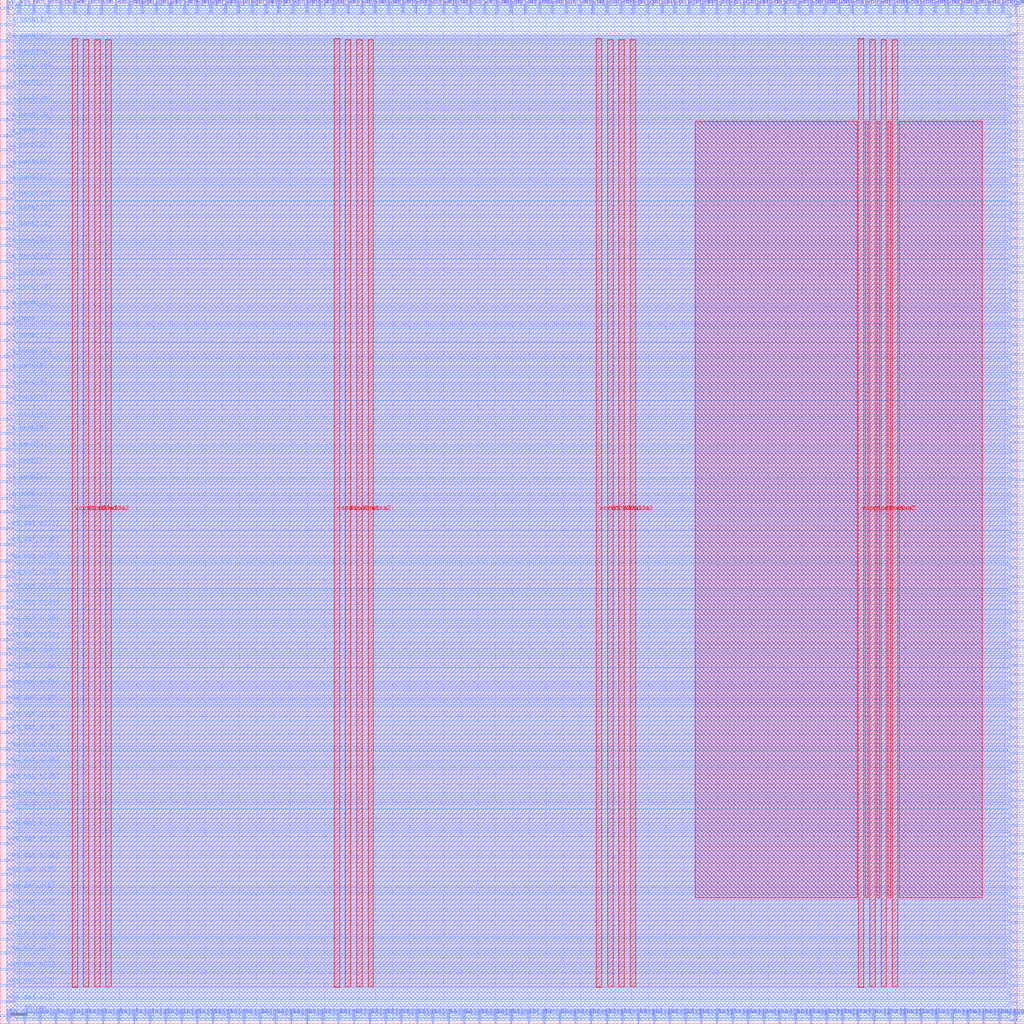
<source format=lef>
VERSION 5.7 ;
  NOWIREEXTENSIONATPIN ON ;
  DIVIDERCHAR "/" ;
  BUSBITCHARS "[]" ;
MACRO wrapper_fibonacci
  CLASS BLOCK ;
  FOREIGN wrapper_fibonacci ;
  ORIGIN 0.000 0.000 ;
  SIZE 300.000 BY 300.000 ;
  PIN active
    DIRECTION INPUT ;
    USE SIGNAL ;
    PORT
      LAYER met2 ;
        RECT 25.850 296.000 26.130 300.000 ;
    END
  END active
  PIN io_in[0]
    DIRECTION INPUT ;
    USE SIGNAL ;
    PORT
      LAYER met3 ;
        RECT 296.000 0.720 300.000 1.320 ;
    END
  END io_in[0]
  PIN io_in[10]
    DIRECTION INPUT ;
    USE SIGNAL ;
    PORT
      LAYER met3 ;
        RECT 296.000 78.920 300.000 79.520 ;
    END
  END io_in[10]
  PIN io_in[11]
    DIRECTION INPUT ;
    USE SIGNAL ;
    PORT
      LAYER met3 ;
        RECT 296.000 86.400 300.000 87.000 ;
    END
  END io_in[11]
  PIN io_in[12]
    DIRECTION INPUT ;
    USE SIGNAL ;
    PORT
      LAYER met3 ;
        RECT 296.000 94.560 300.000 95.160 ;
    END
  END io_in[12]
  PIN io_in[13]
    DIRECTION INPUT ;
    USE SIGNAL ;
    PORT
      LAYER met3 ;
        RECT 296.000 102.040 300.000 102.640 ;
    END
  END io_in[13]
  PIN io_in[14]
    DIRECTION INPUT ;
    USE SIGNAL ;
    PORT
      LAYER met3 ;
        RECT 296.000 110.200 300.000 110.800 ;
    END
  END io_in[14]
  PIN io_in[15]
    DIRECTION INPUT ;
    USE SIGNAL ;
    PORT
      LAYER met3 ;
        RECT 296.000 117.680 300.000 118.280 ;
    END
  END io_in[15]
  PIN io_in[16]
    DIRECTION INPUT ;
    USE SIGNAL ;
    PORT
      LAYER met3 ;
        RECT 296.000 125.840 300.000 126.440 ;
    END
  END io_in[16]
  PIN io_in[17]
    DIRECTION INPUT ;
    USE SIGNAL ;
    PORT
      LAYER met3 ;
        RECT 296.000 133.320 300.000 133.920 ;
    END
  END io_in[17]
  PIN io_in[18]
    DIRECTION INPUT ;
    USE SIGNAL ;
    PORT
      LAYER met3 ;
        RECT 296.000 141.480 300.000 142.080 ;
    END
  END io_in[18]
  PIN io_in[19]
    DIRECTION INPUT ;
    USE SIGNAL ;
    PORT
      LAYER met3 ;
        RECT 296.000 148.960 300.000 149.560 ;
    END
  END io_in[19]
  PIN io_in[1]
    DIRECTION INPUT ;
    USE SIGNAL ;
    PORT
      LAYER met3 ;
        RECT 296.000 8.200 300.000 8.800 ;
    END
  END io_in[1]
  PIN io_in[20]
    DIRECTION INPUT ;
    USE SIGNAL ;
    PORT
      LAYER met3 ;
        RECT 296.000 157.120 300.000 157.720 ;
    END
  END io_in[20]
  PIN io_in[21]
    DIRECTION INPUT ;
    USE SIGNAL ;
    PORT
      LAYER met3 ;
        RECT 296.000 164.600 300.000 165.200 ;
    END
  END io_in[21]
  PIN io_in[22]
    DIRECTION INPUT ;
    USE SIGNAL ;
    PORT
      LAYER met3 ;
        RECT 296.000 172.760 300.000 173.360 ;
    END
  END io_in[22]
  PIN io_in[23]
    DIRECTION INPUT ;
    USE SIGNAL ;
    PORT
      LAYER met3 ;
        RECT 296.000 180.240 300.000 180.840 ;
    END
  END io_in[23]
  PIN io_in[24]
    DIRECTION INPUT ;
    USE SIGNAL ;
    PORT
      LAYER met3 ;
        RECT 296.000 188.400 300.000 189.000 ;
    END
  END io_in[24]
  PIN io_in[25]
    DIRECTION INPUT ;
    USE SIGNAL ;
    PORT
      LAYER met3 ;
        RECT 296.000 195.880 300.000 196.480 ;
    END
  END io_in[25]
  PIN io_in[26]
    DIRECTION INPUT ;
    USE SIGNAL ;
    PORT
      LAYER met3 ;
        RECT 296.000 204.040 300.000 204.640 ;
    END
  END io_in[26]
  PIN io_in[27]
    DIRECTION INPUT ;
    USE SIGNAL ;
    PORT
      LAYER met3 ;
        RECT 296.000 211.520 300.000 212.120 ;
    END
  END io_in[27]
  PIN io_in[28]
    DIRECTION INPUT ;
    USE SIGNAL ;
    PORT
      LAYER met3 ;
        RECT 296.000 219.680 300.000 220.280 ;
    END
  END io_in[28]
  PIN io_in[29]
    DIRECTION INPUT ;
    USE SIGNAL ;
    PORT
      LAYER met3 ;
        RECT 296.000 227.160 300.000 227.760 ;
    END
  END io_in[29]
  PIN io_in[2]
    DIRECTION INPUT ;
    USE SIGNAL ;
    PORT
      LAYER met3 ;
        RECT 296.000 16.360 300.000 16.960 ;
    END
  END io_in[2]
  PIN io_in[30]
    DIRECTION INPUT ;
    USE SIGNAL ;
    PORT
      LAYER met3 ;
        RECT 296.000 235.320 300.000 235.920 ;
    END
  END io_in[30]
  PIN io_in[31]
    DIRECTION INPUT ;
    USE SIGNAL ;
    PORT
      LAYER met3 ;
        RECT 296.000 242.800 300.000 243.400 ;
    END
  END io_in[31]
  PIN io_in[32]
    DIRECTION INPUT ;
    USE SIGNAL ;
    PORT
      LAYER met3 ;
        RECT 296.000 250.960 300.000 251.560 ;
    END
  END io_in[32]
  PIN io_in[33]
    DIRECTION INPUT ;
    USE SIGNAL ;
    PORT
      LAYER met3 ;
        RECT 296.000 258.440 300.000 259.040 ;
    END
  END io_in[33]
  PIN io_in[34]
    DIRECTION INPUT ;
    USE SIGNAL ;
    PORT
      LAYER met3 ;
        RECT 296.000 266.600 300.000 267.200 ;
    END
  END io_in[34]
  PIN io_in[35]
    DIRECTION INPUT ;
    USE SIGNAL ;
    PORT
      LAYER met3 ;
        RECT 296.000 274.080 300.000 274.680 ;
    END
  END io_in[35]
  PIN io_in[36]
    DIRECTION INPUT ;
    USE SIGNAL ;
    PORT
      LAYER met3 ;
        RECT 296.000 282.240 300.000 282.840 ;
    END
  END io_in[36]
  PIN io_in[37]
    DIRECTION INPUT ;
    USE SIGNAL ;
    PORT
      LAYER met3 ;
        RECT 296.000 289.720 300.000 290.320 ;
    END
  END io_in[37]
  PIN io_in[3]
    DIRECTION INPUT ;
    USE SIGNAL ;
    PORT
      LAYER met3 ;
        RECT 296.000 23.840 300.000 24.440 ;
    END
  END io_in[3]
  PIN io_in[4]
    DIRECTION INPUT ;
    USE SIGNAL ;
    PORT
      LAYER met3 ;
        RECT 296.000 32.000 300.000 32.600 ;
    END
  END io_in[4]
  PIN io_in[5]
    DIRECTION INPUT ;
    USE SIGNAL ;
    PORT
      LAYER met3 ;
        RECT 296.000 39.480 300.000 40.080 ;
    END
  END io_in[5]
  PIN io_in[6]
    DIRECTION INPUT ;
    USE SIGNAL ;
    PORT
      LAYER met3 ;
        RECT 296.000 47.640 300.000 48.240 ;
    END
  END io_in[6]
  PIN io_in[7]
    DIRECTION INPUT ;
    USE SIGNAL ;
    PORT
      LAYER met3 ;
        RECT 296.000 55.120 300.000 55.720 ;
    END
  END io_in[7]
  PIN io_in[8]
    DIRECTION INPUT ;
    USE SIGNAL ;
    PORT
      LAYER met3 ;
        RECT 296.000 63.280 300.000 63.880 ;
    END
  END io_in[8]
  PIN io_in[9]
    DIRECTION INPUT ;
    USE SIGNAL ;
    PORT
      LAYER met3 ;
        RECT 296.000 70.760 300.000 71.360 ;
    END
  END io_in[9]
  PIN io_oeb[0]
    DIRECTION OUTPUT TRISTATE ;
    USE SIGNAL ;
    PORT
      LAYER met3 ;
        RECT 296.000 5.480 300.000 6.080 ;
    END
  END io_oeb[0]
  PIN io_oeb[10]
    DIRECTION OUTPUT TRISTATE ;
    USE SIGNAL ;
    PORT
      LAYER met3 ;
        RECT 296.000 83.680 300.000 84.280 ;
    END
  END io_oeb[10]
  PIN io_oeb[11]
    DIRECTION OUTPUT TRISTATE ;
    USE SIGNAL ;
    PORT
      LAYER met3 ;
        RECT 296.000 91.840 300.000 92.440 ;
    END
  END io_oeb[11]
  PIN io_oeb[12]
    DIRECTION OUTPUT TRISTATE ;
    USE SIGNAL ;
    PORT
      LAYER met3 ;
        RECT 296.000 99.320 300.000 99.920 ;
    END
  END io_oeb[12]
  PIN io_oeb[13]
    DIRECTION OUTPUT TRISTATE ;
    USE SIGNAL ;
    PORT
      LAYER met3 ;
        RECT 296.000 107.480 300.000 108.080 ;
    END
  END io_oeb[13]
  PIN io_oeb[14]
    DIRECTION OUTPUT TRISTATE ;
    USE SIGNAL ;
    PORT
      LAYER met3 ;
        RECT 296.000 114.960 300.000 115.560 ;
    END
  END io_oeb[14]
  PIN io_oeb[15]
    DIRECTION OUTPUT TRISTATE ;
    USE SIGNAL ;
    PORT
      LAYER met3 ;
        RECT 296.000 123.120 300.000 123.720 ;
    END
  END io_oeb[15]
  PIN io_oeb[16]
    DIRECTION OUTPUT TRISTATE ;
    USE SIGNAL ;
    PORT
      LAYER met3 ;
        RECT 296.000 130.600 300.000 131.200 ;
    END
  END io_oeb[16]
  PIN io_oeb[17]
    DIRECTION OUTPUT TRISTATE ;
    USE SIGNAL ;
    PORT
      LAYER met3 ;
        RECT 296.000 138.760 300.000 139.360 ;
    END
  END io_oeb[17]
  PIN io_oeb[18]
    DIRECTION OUTPUT TRISTATE ;
    USE SIGNAL ;
    PORT
      LAYER met3 ;
        RECT 296.000 146.240 300.000 146.840 ;
    END
  END io_oeb[18]
  PIN io_oeb[19]
    DIRECTION OUTPUT TRISTATE ;
    USE SIGNAL ;
    PORT
      LAYER met3 ;
        RECT 296.000 154.400 300.000 155.000 ;
    END
  END io_oeb[19]
  PIN io_oeb[1]
    DIRECTION OUTPUT TRISTATE ;
    USE SIGNAL ;
    PORT
      LAYER met3 ;
        RECT 296.000 13.640 300.000 14.240 ;
    END
  END io_oeb[1]
  PIN io_oeb[20]
    DIRECTION OUTPUT TRISTATE ;
    USE SIGNAL ;
    PORT
      LAYER met3 ;
        RECT 296.000 161.880 300.000 162.480 ;
    END
  END io_oeb[20]
  PIN io_oeb[21]
    DIRECTION OUTPUT TRISTATE ;
    USE SIGNAL ;
    PORT
      LAYER met3 ;
        RECT 296.000 170.040 300.000 170.640 ;
    END
  END io_oeb[21]
  PIN io_oeb[22]
    DIRECTION OUTPUT TRISTATE ;
    USE SIGNAL ;
    PORT
      LAYER met3 ;
        RECT 296.000 177.520 300.000 178.120 ;
    END
  END io_oeb[22]
  PIN io_oeb[23]
    DIRECTION OUTPUT TRISTATE ;
    USE SIGNAL ;
    PORT
      LAYER met3 ;
        RECT 296.000 185.680 300.000 186.280 ;
    END
  END io_oeb[23]
  PIN io_oeb[24]
    DIRECTION OUTPUT TRISTATE ;
    USE SIGNAL ;
    PORT
      LAYER met3 ;
        RECT 296.000 193.160 300.000 193.760 ;
    END
  END io_oeb[24]
  PIN io_oeb[25]
    DIRECTION OUTPUT TRISTATE ;
    USE SIGNAL ;
    PORT
      LAYER met3 ;
        RECT 296.000 201.320 300.000 201.920 ;
    END
  END io_oeb[25]
  PIN io_oeb[26]
    DIRECTION OUTPUT TRISTATE ;
    USE SIGNAL ;
    PORT
      LAYER met3 ;
        RECT 296.000 208.800 300.000 209.400 ;
    END
  END io_oeb[26]
  PIN io_oeb[27]
    DIRECTION OUTPUT TRISTATE ;
    USE SIGNAL ;
    PORT
      LAYER met3 ;
        RECT 296.000 216.960 300.000 217.560 ;
    END
  END io_oeb[27]
  PIN io_oeb[28]
    DIRECTION OUTPUT TRISTATE ;
    USE SIGNAL ;
    PORT
      LAYER met3 ;
        RECT 296.000 224.440 300.000 225.040 ;
    END
  END io_oeb[28]
  PIN io_oeb[29]
    DIRECTION OUTPUT TRISTATE ;
    USE SIGNAL ;
    PORT
      LAYER met3 ;
        RECT 296.000 232.600 300.000 233.200 ;
    END
  END io_oeb[29]
  PIN io_oeb[2]
    DIRECTION OUTPUT TRISTATE ;
    USE SIGNAL ;
    PORT
      LAYER met3 ;
        RECT 296.000 21.120 300.000 21.720 ;
    END
  END io_oeb[2]
  PIN io_oeb[30]
    DIRECTION OUTPUT TRISTATE ;
    USE SIGNAL ;
    PORT
      LAYER met3 ;
        RECT 296.000 240.080 300.000 240.680 ;
    END
  END io_oeb[30]
  PIN io_oeb[31]
    DIRECTION OUTPUT TRISTATE ;
    USE SIGNAL ;
    PORT
      LAYER met3 ;
        RECT 296.000 248.240 300.000 248.840 ;
    END
  END io_oeb[31]
  PIN io_oeb[32]
    DIRECTION OUTPUT TRISTATE ;
    USE SIGNAL ;
    PORT
      LAYER met3 ;
        RECT 296.000 255.720 300.000 256.320 ;
    END
  END io_oeb[32]
  PIN io_oeb[33]
    DIRECTION OUTPUT TRISTATE ;
    USE SIGNAL ;
    PORT
      LAYER met3 ;
        RECT 296.000 263.880 300.000 264.480 ;
    END
  END io_oeb[33]
  PIN io_oeb[34]
    DIRECTION OUTPUT TRISTATE ;
    USE SIGNAL ;
    PORT
      LAYER met3 ;
        RECT 296.000 271.360 300.000 271.960 ;
    END
  END io_oeb[34]
  PIN io_oeb[35]
    DIRECTION OUTPUT TRISTATE ;
    USE SIGNAL ;
    PORT
      LAYER met3 ;
        RECT 296.000 279.520 300.000 280.120 ;
    END
  END io_oeb[35]
  PIN io_oeb[36]
    DIRECTION OUTPUT TRISTATE ;
    USE SIGNAL ;
    PORT
      LAYER met3 ;
        RECT 296.000 287.000 300.000 287.600 ;
    END
  END io_oeb[36]
  PIN io_oeb[37]
    DIRECTION OUTPUT TRISTATE ;
    USE SIGNAL ;
    PORT
      LAYER met3 ;
        RECT 296.000 295.160 300.000 295.760 ;
    END
  END io_oeb[37]
  PIN io_oeb[3]
    DIRECTION OUTPUT TRISTATE ;
    USE SIGNAL ;
    PORT
      LAYER met3 ;
        RECT 296.000 29.280 300.000 29.880 ;
    END
  END io_oeb[3]
  PIN io_oeb[4]
    DIRECTION OUTPUT TRISTATE ;
    USE SIGNAL ;
    PORT
      LAYER met3 ;
        RECT 296.000 36.760 300.000 37.360 ;
    END
  END io_oeb[4]
  PIN io_oeb[5]
    DIRECTION OUTPUT TRISTATE ;
    USE SIGNAL ;
    PORT
      LAYER met3 ;
        RECT 296.000 44.920 300.000 45.520 ;
    END
  END io_oeb[5]
  PIN io_oeb[6]
    DIRECTION OUTPUT TRISTATE ;
    USE SIGNAL ;
    PORT
      LAYER met3 ;
        RECT 296.000 52.400 300.000 53.000 ;
    END
  END io_oeb[6]
  PIN io_oeb[7]
    DIRECTION OUTPUT TRISTATE ;
    USE SIGNAL ;
    PORT
      LAYER met3 ;
        RECT 296.000 60.560 300.000 61.160 ;
    END
  END io_oeb[7]
  PIN io_oeb[8]
    DIRECTION OUTPUT TRISTATE ;
    USE SIGNAL ;
    PORT
      LAYER met3 ;
        RECT 296.000 68.040 300.000 68.640 ;
    END
  END io_oeb[8]
  PIN io_oeb[9]
    DIRECTION OUTPUT TRISTATE ;
    USE SIGNAL ;
    PORT
      LAYER met3 ;
        RECT 296.000 76.200 300.000 76.800 ;
    END
  END io_oeb[9]
  PIN io_out[0]
    DIRECTION OUTPUT TRISTATE ;
    USE SIGNAL ;
    PORT
      LAYER met3 ;
        RECT 296.000 2.760 300.000 3.360 ;
    END
  END io_out[0]
  PIN io_out[10]
    DIRECTION OUTPUT TRISTATE ;
    USE SIGNAL ;
    PORT
      LAYER met3 ;
        RECT 296.000 80.960 300.000 81.560 ;
    END
  END io_out[10]
  PIN io_out[11]
    DIRECTION OUTPUT TRISTATE ;
    USE SIGNAL ;
    PORT
      LAYER met3 ;
        RECT 296.000 89.120 300.000 89.720 ;
    END
  END io_out[11]
  PIN io_out[12]
    DIRECTION OUTPUT TRISTATE ;
    USE SIGNAL ;
    PORT
      LAYER met3 ;
        RECT 296.000 96.600 300.000 97.200 ;
    END
  END io_out[12]
  PIN io_out[13]
    DIRECTION OUTPUT TRISTATE ;
    USE SIGNAL ;
    PORT
      LAYER met3 ;
        RECT 296.000 104.760 300.000 105.360 ;
    END
  END io_out[13]
  PIN io_out[14]
    DIRECTION OUTPUT TRISTATE ;
    USE SIGNAL ;
    PORT
      LAYER met3 ;
        RECT 296.000 112.240 300.000 112.840 ;
    END
  END io_out[14]
  PIN io_out[15]
    DIRECTION OUTPUT TRISTATE ;
    USE SIGNAL ;
    PORT
      LAYER met3 ;
        RECT 296.000 120.400 300.000 121.000 ;
    END
  END io_out[15]
  PIN io_out[16]
    DIRECTION OUTPUT TRISTATE ;
    USE SIGNAL ;
    PORT
      LAYER met3 ;
        RECT 296.000 127.880 300.000 128.480 ;
    END
  END io_out[16]
  PIN io_out[17]
    DIRECTION OUTPUT TRISTATE ;
    USE SIGNAL ;
    PORT
      LAYER met3 ;
        RECT 296.000 136.040 300.000 136.640 ;
    END
  END io_out[17]
  PIN io_out[18]
    DIRECTION OUTPUT TRISTATE ;
    USE SIGNAL ;
    PORT
      LAYER met3 ;
        RECT 296.000 143.520 300.000 144.120 ;
    END
  END io_out[18]
  PIN io_out[19]
    DIRECTION OUTPUT TRISTATE ;
    USE SIGNAL ;
    PORT
      LAYER met3 ;
        RECT 296.000 151.680 300.000 152.280 ;
    END
  END io_out[19]
  PIN io_out[1]
    DIRECTION OUTPUT TRISTATE ;
    USE SIGNAL ;
    PORT
      LAYER met3 ;
        RECT 296.000 10.920 300.000 11.520 ;
    END
  END io_out[1]
  PIN io_out[20]
    DIRECTION OUTPUT TRISTATE ;
    USE SIGNAL ;
    PORT
      LAYER met3 ;
        RECT 296.000 159.160 300.000 159.760 ;
    END
  END io_out[20]
  PIN io_out[21]
    DIRECTION OUTPUT TRISTATE ;
    USE SIGNAL ;
    PORT
      LAYER met3 ;
        RECT 296.000 167.320 300.000 167.920 ;
    END
  END io_out[21]
  PIN io_out[22]
    DIRECTION OUTPUT TRISTATE ;
    USE SIGNAL ;
    PORT
      LAYER met3 ;
        RECT 296.000 174.800 300.000 175.400 ;
    END
  END io_out[22]
  PIN io_out[23]
    DIRECTION OUTPUT TRISTATE ;
    USE SIGNAL ;
    PORT
      LAYER met3 ;
        RECT 296.000 182.960 300.000 183.560 ;
    END
  END io_out[23]
  PIN io_out[24]
    DIRECTION OUTPUT TRISTATE ;
    USE SIGNAL ;
    PORT
      LAYER met3 ;
        RECT 296.000 190.440 300.000 191.040 ;
    END
  END io_out[24]
  PIN io_out[25]
    DIRECTION OUTPUT TRISTATE ;
    USE SIGNAL ;
    PORT
      LAYER met3 ;
        RECT 296.000 198.600 300.000 199.200 ;
    END
  END io_out[25]
  PIN io_out[26]
    DIRECTION OUTPUT TRISTATE ;
    USE SIGNAL ;
    PORT
      LAYER met3 ;
        RECT 296.000 206.080 300.000 206.680 ;
    END
  END io_out[26]
  PIN io_out[27]
    DIRECTION OUTPUT TRISTATE ;
    USE SIGNAL ;
    PORT
      LAYER met3 ;
        RECT 296.000 214.240 300.000 214.840 ;
    END
  END io_out[27]
  PIN io_out[28]
    DIRECTION OUTPUT TRISTATE ;
    USE SIGNAL ;
    PORT
      LAYER met3 ;
        RECT 296.000 221.720 300.000 222.320 ;
    END
  END io_out[28]
  PIN io_out[29]
    DIRECTION OUTPUT TRISTATE ;
    USE SIGNAL ;
    PORT
      LAYER met3 ;
        RECT 296.000 229.880 300.000 230.480 ;
    END
  END io_out[29]
  PIN io_out[2]
    DIRECTION OUTPUT TRISTATE ;
    USE SIGNAL ;
    PORT
      LAYER met3 ;
        RECT 296.000 18.400 300.000 19.000 ;
    END
  END io_out[2]
  PIN io_out[30]
    DIRECTION OUTPUT TRISTATE ;
    USE SIGNAL ;
    PORT
      LAYER met3 ;
        RECT 296.000 237.360 300.000 237.960 ;
    END
  END io_out[30]
  PIN io_out[31]
    DIRECTION OUTPUT TRISTATE ;
    USE SIGNAL ;
    PORT
      LAYER met3 ;
        RECT 296.000 245.520 300.000 246.120 ;
    END
  END io_out[31]
  PIN io_out[32]
    DIRECTION OUTPUT TRISTATE ;
    USE SIGNAL ;
    PORT
      LAYER met3 ;
        RECT 296.000 253.000 300.000 253.600 ;
    END
  END io_out[32]
  PIN io_out[33]
    DIRECTION OUTPUT TRISTATE ;
    USE SIGNAL ;
    PORT
      LAYER met3 ;
        RECT 296.000 261.160 300.000 261.760 ;
    END
  END io_out[33]
  PIN io_out[34]
    DIRECTION OUTPUT TRISTATE ;
    USE SIGNAL ;
    PORT
      LAYER met3 ;
        RECT 296.000 268.640 300.000 269.240 ;
    END
  END io_out[34]
  PIN io_out[35]
    DIRECTION OUTPUT TRISTATE ;
    USE SIGNAL ;
    PORT
      LAYER met3 ;
        RECT 296.000 276.800 300.000 277.400 ;
    END
  END io_out[35]
  PIN io_out[36]
    DIRECTION OUTPUT TRISTATE ;
    USE SIGNAL ;
    PORT
      LAYER met3 ;
        RECT 296.000 284.280 300.000 284.880 ;
    END
  END io_out[36]
  PIN io_out[37]
    DIRECTION OUTPUT TRISTATE ;
    USE SIGNAL ;
    PORT
      LAYER met3 ;
        RECT 296.000 292.440 300.000 293.040 ;
    END
  END io_out[37]
  PIN io_out[3]
    DIRECTION OUTPUT TRISTATE ;
    USE SIGNAL ;
    PORT
      LAYER met3 ;
        RECT 296.000 26.560 300.000 27.160 ;
    END
  END io_out[3]
  PIN io_out[4]
    DIRECTION OUTPUT TRISTATE ;
    USE SIGNAL ;
    PORT
      LAYER met3 ;
        RECT 296.000 34.040 300.000 34.640 ;
    END
  END io_out[4]
  PIN io_out[5]
    DIRECTION OUTPUT TRISTATE ;
    USE SIGNAL ;
    PORT
      LAYER met3 ;
        RECT 296.000 42.200 300.000 42.800 ;
    END
  END io_out[5]
  PIN io_out[6]
    DIRECTION OUTPUT TRISTATE ;
    USE SIGNAL ;
    PORT
      LAYER met3 ;
        RECT 296.000 49.680 300.000 50.280 ;
    END
  END io_out[6]
  PIN io_out[7]
    DIRECTION OUTPUT TRISTATE ;
    USE SIGNAL ;
    PORT
      LAYER met3 ;
        RECT 296.000 57.840 300.000 58.440 ;
    END
  END io_out[7]
  PIN io_out[8]
    DIRECTION OUTPUT TRISTATE ;
    USE SIGNAL ;
    PORT
      LAYER met3 ;
        RECT 296.000 65.320 300.000 65.920 ;
    END
  END io_out[8]
  PIN io_out[9]
    DIRECTION OUTPUT TRISTATE ;
    USE SIGNAL ;
    PORT
      LAYER met3 ;
        RECT 296.000 73.480 300.000 74.080 ;
    END
  END io_out[9]
  PIN irq[0]
    DIRECTION OUTPUT TRISTATE ;
    USE SIGNAL ;
    PORT
      LAYER met2 ;
        RECT 297.250 0.000 297.530 4.000 ;
    END
  END irq[0]
  PIN irq[1]
    DIRECTION OUTPUT TRISTATE ;
    USE SIGNAL ;
    PORT
      LAYER met3 ;
        RECT 0.000 297.200 4.000 297.800 ;
    END
  END irq[1]
  PIN irq[2]
    DIRECTION OUTPUT TRISTATE ;
    USE SIGNAL ;
    PORT
      LAYER met3 ;
        RECT 296.000 297.880 300.000 298.480 ;
    END
  END irq[2]
  PIN la_data_in[0]
    DIRECTION INPUT ;
    USE SIGNAL ;
    PORT
      LAYER met2 ;
        RECT 2.390 0.000 2.670 4.000 ;
    END
  END la_data_in[0]
  PIN la_data_in[10]
    DIRECTION INPUT ;
    USE SIGNAL ;
    PORT
      LAYER met2 ;
        RECT 48.390 0.000 48.670 4.000 ;
    END
  END la_data_in[10]
  PIN la_data_in[11]
    DIRECTION INPUT ;
    USE SIGNAL ;
    PORT
      LAYER met2 ;
        RECT 52.990 0.000 53.270 4.000 ;
    END
  END la_data_in[11]
  PIN la_data_in[12]
    DIRECTION INPUT ;
    USE SIGNAL ;
    PORT
      LAYER met2 ;
        RECT 57.590 0.000 57.870 4.000 ;
    END
  END la_data_in[12]
  PIN la_data_in[13]
    DIRECTION INPUT ;
    USE SIGNAL ;
    PORT
      LAYER met2 ;
        RECT 62.190 0.000 62.470 4.000 ;
    END
  END la_data_in[13]
  PIN la_data_in[14]
    DIRECTION INPUT ;
    USE SIGNAL ;
    PORT
      LAYER met2 ;
        RECT 66.790 0.000 67.070 4.000 ;
    END
  END la_data_in[14]
  PIN la_data_in[15]
    DIRECTION INPUT ;
    USE SIGNAL ;
    PORT
      LAYER met2 ;
        RECT 71.390 0.000 71.670 4.000 ;
    END
  END la_data_in[15]
  PIN la_data_in[16]
    DIRECTION INPUT ;
    USE SIGNAL ;
    PORT
      LAYER met2 ;
        RECT 75.990 0.000 76.270 4.000 ;
    END
  END la_data_in[16]
  PIN la_data_in[17]
    DIRECTION INPUT ;
    USE SIGNAL ;
    PORT
      LAYER met2 ;
        RECT 80.590 0.000 80.870 4.000 ;
    END
  END la_data_in[17]
  PIN la_data_in[18]
    DIRECTION INPUT ;
    USE SIGNAL ;
    PORT
      LAYER met2 ;
        RECT 85.190 0.000 85.470 4.000 ;
    END
  END la_data_in[18]
  PIN la_data_in[19]
    DIRECTION INPUT ;
    USE SIGNAL ;
    PORT
      LAYER met2 ;
        RECT 89.790 0.000 90.070 4.000 ;
    END
  END la_data_in[19]
  PIN la_data_in[1]
    DIRECTION INPUT ;
    USE SIGNAL ;
    PORT
      LAYER met2 ;
        RECT 6.990 0.000 7.270 4.000 ;
    END
  END la_data_in[1]
  PIN la_data_in[20]
    DIRECTION INPUT ;
    USE SIGNAL ;
    PORT
      LAYER met2 ;
        RECT 94.390 0.000 94.670 4.000 ;
    END
  END la_data_in[20]
  PIN la_data_in[21]
    DIRECTION INPUT ;
    USE SIGNAL ;
    PORT
      LAYER met2 ;
        RECT 98.990 0.000 99.270 4.000 ;
    END
  END la_data_in[21]
  PIN la_data_in[22]
    DIRECTION INPUT ;
    USE SIGNAL ;
    PORT
      LAYER met2 ;
        RECT 103.590 0.000 103.870 4.000 ;
    END
  END la_data_in[22]
  PIN la_data_in[23]
    DIRECTION INPUT ;
    USE SIGNAL ;
    PORT
      LAYER met2 ;
        RECT 108.190 0.000 108.470 4.000 ;
    END
  END la_data_in[23]
  PIN la_data_in[24]
    DIRECTION INPUT ;
    USE SIGNAL ;
    PORT
      LAYER met2 ;
        RECT 112.790 0.000 113.070 4.000 ;
    END
  END la_data_in[24]
  PIN la_data_in[25]
    DIRECTION INPUT ;
    USE SIGNAL ;
    PORT
      LAYER met2 ;
        RECT 117.390 0.000 117.670 4.000 ;
    END
  END la_data_in[25]
  PIN la_data_in[26]
    DIRECTION INPUT ;
    USE SIGNAL ;
    PORT
      LAYER met2 ;
        RECT 121.990 0.000 122.270 4.000 ;
    END
  END la_data_in[26]
  PIN la_data_in[27]
    DIRECTION INPUT ;
    USE SIGNAL ;
    PORT
      LAYER met2 ;
        RECT 126.590 0.000 126.870 4.000 ;
    END
  END la_data_in[27]
  PIN la_data_in[28]
    DIRECTION INPUT ;
    USE SIGNAL ;
    PORT
      LAYER met2 ;
        RECT 131.190 0.000 131.470 4.000 ;
    END
  END la_data_in[28]
  PIN la_data_in[29]
    DIRECTION INPUT ;
    USE SIGNAL ;
    PORT
      LAYER met2 ;
        RECT 135.790 0.000 136.070 4.000 ;
    END
  END la_data_in[29]
  PIN la_data_in[2]
    DIRECTION INPUT ;
    USE SIGNAL ;
    PORT
      LAYER met2 ;
        RECT 11.590 0.000 11.870 4.000 ;
    END
  END la_data_in[2]
  PIN la_data_in[30]
    DIRECTION INPUT ;
    USE SIGNAL ;
    PORT
      LAYER met2 ;
        RECT 140.390 0.000 140.670 4.000 ;
    END
  END la_data_in[30]
  PIN la_data_in[31]
    DIRECTION INPUT ;
    USE SIGNAL ;
    PORT
      LAYER met2 ;
        RECT 144.990 0.000 145.270 4.000 ;
    END
  END la_data_in[31]
  PIN la_data_in[3]
    DIRECTION INPUT ;
    USE SIGNAL ;
    PORT
      LAYER met2 ;
        RECT 16.190 0.000 16.470 4.000 ;
    END
  END la_data_in[3]
  PIN la_data_in[4]
    DIRECTION INPUT ;
    USE SIGNAL ;
    PORT
      LAYER met2 ;
        RECT 20.790 0.000 21.070 4.000 ;
    END
  END la_data_in[4]
  PIN la_data_in[5]
    DIRECTION INPUT ;
    USE SIGNAL ;
    PORT
      LAYER met2 ;
        RECT 25.390 0.000 25.670 4.000 ;
    END
  END la_data_in[5]
  PIN la_data_in[6]
    DIRECTION INPUT ;
    USE SIGNAL ;
    PORT
      LAYER met2 ;
        RECT 29.990 0.000 30.270 4.000 ;
    END
  END la_data_in[6]
  PIN la_data_in[7]
    DIRECTION INPUT ;
    USE SIGNAL ;
    PORT
      LAYER met2 ;
        RECT 34.590 0.000 34.870 4.000 ;
    END
  END la_data_in[7]
  PIN la_data_in[8]
    DIRECTION INPUT ;
    USE SIGNAL ;
    PORT
      LAYER met2 ;
        RECT 39.190 0.000 39.470 4.000 ;
    END
  END la_data_in[8]
  PIN la_data_in[9]
    DIRECTION INPUT ;
    USE SIGNAL ;
    PORT
      LAYER met2 ;
        RECT 43.790 0.000 44.070 4.000 ;
    END
  END la_data_in[9]
  PIN la_data_out[0]
    DIRECTION OUTPUT TRISTATE ;
    USE SIGNAL ;
    PORT
      LAYER met2 ;
        RECT 149.590 0.000 149.870 4.000 ;
    END
  END la_data_out[0]
  PIN la_data_out[10]
    DIRECTION OUTPUT TRISTATE ;
    USE SIGNAL ;
    PORT
      LAYER met2 ;
        RECT 196.050 0.000 196.330 4.000 ;
    END
  END la_data_out[10]
  PIN la_data_out[11]
    DIRECTION OUTPUT TRISTATE ;
    USE SIGNAL ;
    PORT
      LAYER met2 ;
        RECT 200.650 0.000 200.930 4.000 ;
    END
  END la_data_out[11]
  PIN la_data_out[12]
    DIRECTION OUTPUT TRISTATE ;
    USE SIGNAL ;
    PORT
      LAYER met2 ;
        RECT 205.250 0.000 205.530 4.000 ;
    END
  END la_data_out[12]
  PIN la_data_out[13]
    DIRECTION OUTPUT TRISTATE ;
    USE SIGNAL ;
    PORT
      LAYER met2 ;
        RECT 209.850 0.000 210.130 4.000 ;
    END
  END la_data_out[13]
  PIN la_data_out[14]
    DIRECTION OUTPUT TRISTATE ;
    USE SIGNAL ;
    PORT
      LAYER met2 ;
        RECT 214.450 0.000 214.730 4.000 ;
    END
  END la_data_out[14]
  PIN la_data_out[15]
    DIRECTION OUTPUT TRISTATE ;
    USE SIGNAL ;
    PORT
      LAYER met2 ;
        RECT 219.050 0.000 219.330 4.000 ;
    END
  END la_data_out[15]
  PIN la_data_out[16]
    DIRECTION OUTPUT TRISTATE ;
    USE SIGNAL ;
    PORT
      LAYER met2 ;
        RECT 223.650 0.000 223.930 4.000 ;
    END
  END la_data_out[16]
  PIN la_data_out[17]
    DIRECTION OUTPUT TRISTATE ;
    USE SIGNAL ;
    PORT
      LAYER met2 ;
        RECT 228.250 0.000 228.530 4.000 ;
    END
  END la_data_out[17]
  PIN la_data_out[18]
    DIRECTION OUTPUT TRISTATE ;
    USE SIGNAL ;
    PORT
      LAYER met2 ;
        RECT 232.850 0.000 233.130 4.000 ;
    END
  END la_data_out[18]
  PIN la_data_out[19]
    DIRECTION OUTPUT TRISTATE ;
    USE SIGNAL ;
    PORT
      LAYER met2 ;
        RECT 237.450 0.000 237.730 4.000 ;
    END
  END la_data_out[19]
  PIN la_data_out[1]
    DIRECTION OUTPUT TRISTATE ;
    USE SIGNAL ;
    PORT
      LAYER met2 ;
        RECT 154.650 0.000 154.930 4.000 ;
    END
  END la_data_out[1]
  PIN la_data_out[20]
    DIRECTION OUTPUT TRISTATE ;
    USE SIGNAL ;
    PORT
      LAYER met2 ;
        RECT 242.050 0.000 242.330 4.000 ;
    END
  END la_data_out[20]
  PIN la_data_out[21]
    DIRECTION OUTPUT TRISTATE ;
    USE SIGNAL ;
    PORT
      LAYER met2 ;
        RECT 246.650 0.000 246.930 4.000 ;
    END
  END la_data_out[21]
  PIN la_data_out[22]
    DIRECTION OUTPUT TRISTATE ;
    USE SIGNAL ;
    PORT
      LAYER met2 ;
        RECT 251.250 0.000 251.530 4.000 ;
    END
  END la_data_out[22]
  PIN la_data_out[23]
    DIRECTION OUTPUT TRISTATE ;
    USE SIGNAL ;
    PORT
      LAYER met2 ;
        RECT 255.850 0.000 256.130 4.000 ;
    END
  END la_data_out[23]
  PIN la_data_out[24]
    DIRECTION OUTPUT TRISTATE ;
    USE SIGNAL ;
    PORT
      LAYER met2 ;
        RECT 260.450 0.000 260.730 4.000 ;
    END
  END la_data_out[24]
  PIN la_data_out[25]
    DIRECTION OUTPUT TRISTATE ;
    USE SIGNAL ;
    PORT
      LAYER met2 ;
        RECT 265.050 0.000 265.330 4.000 ;
    END
  END la_data_out[25]
  PIN la_data_out[26]
    DIRECTION OUTPUT TRISTATE ;
    USE SIGNAL ;
    PORT
      LAYER met2 ;
        RECT 269.650 0.000 269.930 4.000 ;
    END
  END la_data_out[26]
  PIN la_data_out[27]
    DIRECTION OUTPUT TRISTATE ;
    USE SIGNAL ;
    PORT
      LAYER met2 ;
        RECT 274.250 0.000 274.530 4.000 ;
    END
  END la_data_out[27]
  PIN la_data_out[28]
    DIRECTION OUTPUT TRISTATE ;
    USE SIGNAL ;
    PORT
      LAYER met2 ;
        RECT 278.850 0.000 279.130 4.000 ;
    END
  END la_data_out[28]
  PIN la_data_out[29]
    DIRECTION OUTPUT TRISTATE ;
    USE SIGNAL ;
    PORT
      LAYER met2 ;
        RECT 283.450 0.000 283.730 4.000 ;
    END
  END la_data_out[29]
  PIN la_data_out[2]
    DIRECTION OUTPUT TRISTATE ;
    USE SIGNAL ;
    PORT
      LAYER met2 ;
        RECT 159.250 0.000 159.530 4.000 ;
    END
  END la_data_out[2]
  PIN la_data_out[30]
    DIRECTION OUTPUT TRISTATE ;
    USE SIGNAL ;
    PORT
      LAYER met2 ;
        RECT 288.050 0.000 288.330 4.000 ;
    END
  END la_data_out[30]
  PIN la_data_out[31]
    DIRECTION OUTPUT TRISTATE ;
    USE SIGNAL ;
    PORT
      LAYER met2 ;
        RECT 292.650 0.000 292.930 4.000 ;
    END
  END la_data_out[31]
  PIN la_data_out[3]
    DIRECTION OUTPUT TRISTATE ;
    USE SIGNAL ;
    PORT
      LAYER met2 ;
        RECT 163.850 0.000 164.130 4.000 ;
    END
  END la_data_out[3]
  PIN la_data_out[4]
    DIRECTION OUTPUT TRISTATE ;
    USE SIGNAL ;
    PORT
      LAYER met2 ;
        RECT 168.450 0.000 168.730 4.000 ;
    END
  END la_data_out[4]
  PIN la_data_out[5]
    DIRECTION OUTPUT TRISTATE ;
    USE SIGNAL ;
    PORT
      LAYER met2 ;
        RECT 173.050 0.000 173.330 4.000 ;
    END
  END la_data_out[5]
  PIN la_data_out[6]
    DIRECTION OUTPUT TRISTATE ;
    USE SIGNAL ;
    PORT
      LAYER met2 ;
        RECT 177.650 0.000 177.930 4.000 ;
    END
  END la_data_out[6]
  PIN la_data_out[7]
    DIRECTION OUTPUT TRISTATE ;
    USE SIGNAL ;
    PORT
      LAYER met2 ;
        RECT 182.250 0.000 182.530 4.000 ;
    END
  END la_data_out[7]
  PIN la_data_out[8]
    DIRECTION OUTPUT TRISTATE ;
    USE SIGNAL ;
    PORT
      LAYER met2 ;
        RECT 186.850 0.000 187.130 4.000 ;
    END
  END la_data_out[8]
  PIN la_data_out[9]
    DIRECTION OUTPUT TRISTATE ;
    USE SIGNAL ;
    PORT
      LAYER met2 ;
        RECT 191.450 0.000 191.730 4.000 ;
    END
  END la_data_out[9]
  PIN la_oenb[0]
    DIRECTION INPUT ;
    USE SIGNAL ;
    PORT
      LAYER met3 ;
        RECT 0.000 149.640 4.000 150.240 ;
    END
  END la_oenb[0]
  PIN la_oenb[10]
    DIRECTION INPUT ;
    USE SIGNAL ;
    PORT
      LAYER met3 ;
        RECT 0.000 195.200 4.000 195.800 ;
    END
  END la_oenb[10]
  PIN la_oenb[11]
    DIRECTION INPUT ;
    USE SIGNAL ;
    PORT
      LAYER met3 ;
        RECT 0.000 199.960 4.000 200.560 ;
    END
  END la_oenb[11]
  PIN la_oenb[12]
    DIRECTION INPUT ;
    USE SIGNAL ;
    PORT
      LAYER met3 ;
        RECT 0.000 204.720 4.000 205.320 ;
    END
  END la_oenb[12]
  PIN la_oenb[13]
    DIRECTION INPUT ;
    USE SIGNAL ;
    PORT
      LAYER met3 ;
        RECT 0.000 209.480 4.000 210.080 ;
    END
  END la_oenb[13]
  PIN la_oenb[14]
    DIRECTION INPUT ;
    USE SIGNAL ;
    PORT
      LAYER met3 ;
        RECT 0.000 214.240 4.000 214.840 ;
    END
  END la_oenb[14]
  PIN la_oenb[15]
    DIRECTION INPUT ;
    USE SIGNAL ;
    PORT
      LAYER met3 ;
        RECT 0.000 218.320 4.000 218.920 ;
    END
  END la_oenb[15]
  PIN la_oenb[16]
    DIRECTION INPUT ;
    USE SIGNAL ;
    PORT
      LAYER met3 ;
        RECT 0.000 223.080 4.000 223.680 ;
    END
  END la_oenb[16]
  PIN la_oenb[17]
    DIRECTION INPUT ;
    USE SIGNAL ;
    PORT
      LAYER met3 ;
        RECT 0.000 227.840 4.000 228.440 ;
    END
  END la_oenb[17]
  PIN la_oenb[18]
    DIRECTION INPUT ;
    USE SIGNAL ;
    PORT
      LAYER met3 ;
        RECT 0.000 232.600 4.000 233.200 ;
    END
  END la_oenb[18]
  PIN la_oenb[19]
    DIRECTION INPUT ;
    USE SIGNAL ;
    PORT
      LAYER met3 ;
        RECT 0.000 237.360 4.000 237.960 ;
    END
  END la_oenb[19]
  PIN la_oenb[1]
    DIRECTION INPUT ;
    USE SIGNAL ;
    PORT
      LAYER met3 ;
        RECT 0.000 153.720 4.000 154.320 ;
    END
  END la_oenb[1]
  PIN la_oenb[20]
    DIRECTION INPUT ;
    USE SIGNAL ;
    PORT
      LAYER met3 ;
        RECT 0.000 241.440 4.000 242.040 ;
    END
  END la_oenb[20]
  PIN la_oenb[21]
    DIRECTION INPUT ;
    USE SIGNAL ;
    PORT
      LAYER met3 ;
        RECT 0.000 246.200 4.000 246.800 ;
    END
  END la_oenb[21]
  PIN la_oenb[22]
    DIRECTION INPUT ;
    USE SIGNAL ;
    PORT
      LAYER met3 ;
        RECT 0.000 250.960 4.000 251.560 ;
    END
  END la_oenb[22]
  PIN la_oenb[23]
    DIRECTION INPUT ;
    USE SIGNAL ;
    PORT
      LAYER met3 ;
        RECT 0.000 255.720 4.000 256.320 ;
    END
  END la_oenb[23]
  PIN la_oenb[24]
    DIRECTION INPUT ;
    USE SIGNAL ;
    PORT
      LAYER met3 ;
        RECT 0.000 259.800 4.000 260.400 ;
    END
  END la_oenb[24]
  PIN la_oenb[25]
    DIRECTION INPUT ;
    USE SIGNAL ;
    PORT
      LAYER met3 ;
        RECT 0.000 264.560 4.000 265.160 ;
    END
  END la_oenb[25]
  PIN la_oenb[26]
    DIRECTION INPUT ;
    USE SIGNAL ;
    PORT
      LAYER met3 ;
        RECT 0.000 269.320 4.000 269.920 ;
    END
  END la_oenb[26]
  PIN la_oenb[27]
    DIRECTION INPUT ;
    USE SIGNAL ;
    PORT
      LAYER met3 ;
        RECT 0.000 274.080 4.000 274.680 ;
    END
  END la_oenb[27]
  PIN la_oenb[28]
    DIRECTION INPUT ;
    USE SIGNAL ;
    PORT
      LAYER met3 ;
        RECT 0.000 278.840 4.000 279.440 ;
    END
  END la_oenb[28]
  PIN la_oenb[29]
    DIRECTION INPUT ;
    USE SIGNAL ;
    PORT
      LAYER met3 ;
        RECT 0.000 282.920 4.000 283.520 ;
    END
  END la_oenb[29]
  PIN la_oenb[2]
    DIRECTION INPUT ;
    USE SIGNAL ;
    PORT
      LAYER met3 ;
        RECT 0.000 158.480 4.000 159.080 ;
    END
  END la_oenb[2]
  PIN la_oenb[30]
    DIRECTION INPUT ;
    USE SIGNAL ;
    PORT
      LAYER met3 ;
        RECT 0.000 287.680 4.000 288.280 ;
    END
  END la_oenb[30]
  PIN la_oenb[31]
    DIRECTION INPUT ;
    USE SIGNAL ;
    PORT
      LAYER met3 ;
        RECT 0.000 292.440 4.000 293.040 ;
    END
  END la_oenb[31]
  PIN la_oenb[3]
    DIRECTION INPUT ;
    USE SIGNAL ;
    PORT
      LAYER met3 ;
        RECT 0.000 163.240 4.000 163.840 ;
    END
  END la_oenb[3]
  PIN la_oenb[4]
    DIRECTION INPUT ;
    USE SIGNAL ;
    PORT
      LAYER met3 ;
        RECT 0.000 168.000 4.000 168.600 ;
    END
  END la_oenb[4]
  PIN la_oenb[5]
    DIRECTION INPUT ;
    USE SIGNAL ;
    PORT
      LAYER met3 ;
        RECT 0.000 172.760 4.000 173.360 ;
    END
  END la_oenb[5]
  PIN la_oenb[6]
    DIRECTION INPUT ;
    USE SIGNAL ;
    PORT
      LAYER met3 ;
        RECT 0.000 176.840 4.000 177.440 ;
    END
  END la_oenb[6]
  PIN la_oenb[7]
    DIRECTION INPUT ;
    USE SIGNAL ;
    PORT
      LAYER met3 ;
        RECT 0.000 181.600 4.000 182.200 ;
    END
  END la_oenb[7]
  PIN la_oenb[8]
    DIRECTION INPUT ;
    USE SIGNAL ;
    PORT
      LAYER met3 ;
        RECT 0.000 186.360 4.000 186.960 ;
    END
  END la_oenb[8]
  PIN la_oenb[9]
    DIRECTION INPUT ;
    USE SIGNAL ;
    PORT
      LAYER met3 ;
        RECT 0.000 191.120 4.000 191.720 ;
    END
  END la_oenb[9]
  PIN wb_clk_i
    DIRECTION INPUT ;
    USE SIGNAL ;
    PORT
      LAYER met2 ;
        RECT 1.930 296.000 2.210 300.000 ;
    END
  END wb_clk_i
  PIN wb_rst_i
    DIRECTION INPUT ;
    USE SIGNAL ;
    PORT
      LAYER met2 ;
        RECT 5.610 296.000 5.890 300.000 ;
    END
  END wb_rst_i
  PIN wbs_ack_o
    DIRECTION OUTPUT TRISTATE ;
    USE SIGNAL ;
    PORT
      LAYER met2 ;
        RECT 21.710 296.000 21.990 300.000 ;
    END
  END wbs_ack_o
  PIN wbs_adr_i[0]
    DIRECTION INPUT ;
    USE SIGNAL ;
    PORT
      LAYER met2 ;
        RECT 45.630 296.000 45.910 300.000 ;
    END
  END wbs_adr_i[0]
  PIN wbs_adr_i[10]
    DIRECTION INPUT ;
    USE SIGNAL ;
    PORT
      LAYER met2 ;
        RECT 85.650 296.000 85.930 300.000 ;
    END
  END wbs_adr_i[10]
  PIN wbs_adr_i[11]
    DIRECTION INPUT ;
    USE SIGNAL ;
    PORT
      LAYER met2 ;
        RECT 89.790 296.000 90.070 300.000 ;
    END
  END wbs_adr_i[11]
  PIN wbs_adr_i[12]
    DIRECTION INPUT ;
    USE SIGNAL ;
    PORT
      LAYER met2 ;
        RECT 93.470 296.000 93.750 300.000 ;
    END
  END wbs_adr_i[12]
  PIN wbs_adr_i[13]
    DIRECTION INPUT ;
    USE SIGNAL ;
    PORT
      LAYER met2 ;
        RECT 97.610 296.000 97.890 300.000 ;
    END
  END wbs_adr_i[13]
  PIN wbs_adr_i[14]
    DIRECTION INPUT ;
    USE SIGNAL ;
    PORT
      LAYER met2 ;
        RECT 101.750 296.000 102.030 300.000 ;
    END
  END wbs_adr_i[14]
  PIN wbs_adr_i[15]
    DIRECTION INPUT ;
    USE SIGNAL ;
    PORT
      LAYER met2 ;
        RECT 105.890 296.000 106.170 300.000 ;
    END
  END wbs_adr_i[15]
  PIN wbs_adr_i[16]
    DIRECTION INPUT ;
    USE SIGNAL ;
    PORT
      LAYER met2 ;
        RECT 109.570 296.000 109.850 300.000 ;
    END
  END wbs_adr_i[16]
  PIN wbs_adr_i[17]
    DIRECTION INPUT ;
    USE SIGNAL ;
    PORT
      LAYER met2 ;
        RECT 113.710 296.000 113.990 300.000 ;
    END
  END wbs_adr_i[17]
  PIN wbs_adr_i[18]
    DIRECTION INPUT ;
    USE SIGNAL ;
    PORT
      LAYER met2 ;
        RECT 117.850 296.000 118.130 300.000 ;
    END
  END wbs_adr_i[18]
  PIN wbs_adr_i[19]
    DIRECTION INPUT ;
    USE SIGNAL ;
    PORT
      LAYER met2 ;
        RECT 121.530 296.000 121.810 300.000 ;
    END
  END wbs_adr_i[19]
  PIN wbs_adr_i[1]
    DIRECTION INPUT ;
    USE SIGNAL ;
    PORT
      LAYER met2 ;
        RECT 49.770 296.000 50.050 300.000 ;
    END
  END wbs_adr_i[1]
  PIN wbs_adr_i[20]
    DIRECTION INPUT ;
    USE SIGNAL ;
    PORT
      LAYER met2 ;
        RECT 125.670 296.000 125.950 300.000 ;
    END
  END wbs_adr_i[20]
  PIN wbs_adr_i[21]
    DIRECTION INPUT ;
    USE SIGNAL ;
    PORT
      LAYER met2 ;
        RECT 129.810 296.000 130.090 300.000 ;
    END
  END wbs_adr_i[21]
  PIN wbs_adr_i[22]
    DIRECTION INPUT ;
    USE SIGNAL ;
    PORT
      LAYER met2 ;
        RECT 133.490 296.000 133.770 300.000 ;
    END
  END wbs_adr_i[22]
  PIN wbs_adr_i[23]
    DIRECTION INPUT ;
    USE SIGNAL ;
    PORT
      LAYER met2 ;
        RECT 137.630 296.000 137.910 300.000 ;
    END
  END wbs_adr_i[23]
  PIN wbs_adr_i[24]
    DIRECTION INPUT ;
    USE SIGNAL ;
    PORT
      LAYER met2 ;
        RECT 141.770 296.000 142.050 300.000 ;
    END
  END wbs_adr_i[24]
  PIN wbs_adr_i[25]
    DIRECTION INPUT ;
    USE SIGNAL ;
    PORT
      LAYER met2 ;
        RECT 145.450 296.000 145.730 300.000 ;
    END
  END wbs_adr_i[25]
  PIN wbs_adr_i[26]
    DIRECTION INPUT ;
    USE SIGNAL ;
    PORT
      LAYER met2 ;
        RECT 149.590 296.000 149.870 300.000 ;
    END
  END wbs_adr_i[26]
  PIN wbs_adr_i[27]
    DIRECTION INPUT ;
    USE SIGNAL ;
    PORT
      LAYER met2 ;
        RECT 153.730 296.000 154.010 300.000 ;
    END
  END wbs_adr_i[27]
  PIN wbs_adr_i[28]
    DIRECTION INPUT ;
    USE SIGNAL ;
    PORT
      LAYER met2 ;
        RECT 157.870 296.000 158.150 300.000 ;
    END
  END wbs_adr_i[28]
  PIN wbs_adr_i[29]
    DIRECTION INPUT ;
    USE SIGNAL ;
    PORT
      LAYER met2 ;
        RECT 161.550 296.000 161.830 300.000 ;
    END
  END wbs_adr_i[29]
  PIN wbs_adr_i[2]
    DIRECTION INPUT ;
    USE SIGNAL ;
    PORT
      LAYER met2 ;
        RECT 53.910 296.000 54.190 300.000 ;
    END
  END wbs_adr_i[2]
  PIN wbs_adr_i[30]
    DIRECTION INPUT ;
    USE SIGNAL ;
    PORT
      LAYER met2 ;
        RECT 165.690 296.000 165.970 300.000 ;
    END
  END wbs_adr_i[30]
  PIN wbs_adr_i[31]
    DIRECTION INPUT ;
    USE SIGNAL ;
    PORT
      LAYER met2 ;
        RECT 169.830 296.000 170.110 300.000 ;
    END
  END wbs_adr_i[31]
  PIN wbs_adr_i[3]
    DIRECTION INPUT ;
    USE SIGNAL ;
    PORT
      LAYER met2 ;
        RECT 57.590 296.000 57.870 300.000 ;
    END
  END wbs_adr_i[3]
  PIN wbs_adr_i[4]
    DIRECTION INPUT ;
    USE SIGNAL ;
    PORT
      LAYER met2 ;
        RECT 61.730 296.000 62.010 300.000 ;
    END
  END wbs_adr_i[4]
  PIN wbs_adr_i[5]
    DIRECTION INPUT ;
    USE SIGNAL ;
    PORT
      LAYER met2 ;
        RECT 65.870 296.000 66.150 300.000 ;
    END
  END wbs_adr_i[5]
  PIN wbs_adr_i[6]
    DIRECTION INPUT ;
    USE SIGNAL ;
    PORT
      LAYER met2 ;
        RECT 69.550 296.000 69.830 300.000 ;
    END
  END wbs_adr_i[6]
  PIN wbs_adr_i[7]
    DIRECTION INPUT ;
    USE SIGNAL ;
    PORT
      LAYER met2 ;
        RECT 73.690 296.000 73.970 300.000 ;
    END
  END wbs_adr_i[7]
  PIN wbs_adr_i[8]
    DIRECTION INPUT ;
    USE SIGNAL ;
    PORT
      LAYER met2 ;
        RECT 77.830 296.000 78.110 300.000 ;
    END
  END wbs_adr_i[8]
  PIN wbs_adr_i[9]
    DIRECTION INPUT ;
    USE SIGNAL ;
    PORT
      LAYER met2 ;
        RECT 81.510 296.000 81.790 300.000 ;
    END
  END wbs_adr_i[9]
  PIN wbs_cyc_i
    DIRECTION INPUT ;
    USE SIGNAL ;
    PORT
      LAYER met2 ;
        RECT 13.890 296.000 14.170 300.000 ;
    END
  END wbs_cyc_i
  PIN wbs_dat_i[0]
    DIRECTION INPUT ;
    USE SIGNAL ;
    PORT
      LAYER met2 ;
        RECT 173.510 296.000 173.790 300.000 ;
    END
  END wbs_dat_i[0]
  PIN wbs_dat_i[10]
    DIRECTION INPUT ;
    USE SIGNAL ;
    PORT
      LAYER met2 ;
        RECT 213.530 296.000 213.810 300.000 ;
    END
  END wbs_dat_i[10]
  PIN wbs_dat_i[11]
    DIRECTION INPUT ;
    USE SIGNAL ;
    PORT
      LAYER met2 ;
        RECT 217.670 296.000 217.950 300.000 ;
    END
  END wbs_dat_i[11]
  PIN wbs_dat_i[12]
    DIRECTION INPUT ;
    USE SIGNAL ;
    PORT
      LAYER met2 ;
        RECT 221.810 296.000 222.090 300.000 ;
    END
  END wbs_dat_i[12]
  PIN wbs_dat_i[13]
    DIRECTION INPUT ;
    USE SIGNAL ;
    PORT
      LAYER met2 ;
        RECT 225.490 296.000 225.770 300.000 ;
    END
  END wbs_dat_i[13]
  PIN wbs_dat_i[14]
    DIRECTION INPUT ;
    USE SIGNAL ;
    PORT
      LAYER met2 ;
        RECT 229.630 296.000 229.910 300.000 ;
    END
  END wbs_dat_i[14]
  PIN wbs_dat_i[15]
    DIRECTION INPUT ;
    USE SIGNAL ;
    PORT
      LAYER met2 ;
        RECT 233.770 296.000 234.050 300.000 ;
    END
  END wbs_dat_i[15]
  PIN wbs_dat_i[16]
    DIRECTION INPUT ;
    USE SIGNAL ;
    PORT
      LAYER met2 ;
        RECT 237.450 296.000 237.730 300.000 ;
    END
  END wbs_dat_i[16]
  PIN wbs_dat_i[17]
    DIRECTION INPUT ;
    USE SIGNAL ;
    PORT
      LAYER met2 ;
        RECT 241.590 296.000 241.870 300.000 ;
    END
  END wbs_dat_i[17]
  PIN wbs_dat_i[18]
    DIRECTION INPUT ;
    USE SIGNAL ;
    PORT
      LAYER met2 ;
        RECT 245.730 296.000 246.010 300.000 ;
    END
  END wbs_dat_i[18]
  PIN wbs_dat_i[19]
    DIRECTION INPUT ;
    USE SIGNAL ;
    PORT
      LAYER met2 ;
        RECT 249.410 296.000 249.690 300.000 ;
    END
  END wbs_dat_i[19]
  PIN wbs_dat_i[1]
    DIRECTION INPUT ;
    USE SIGNAL ;
    PORT
      LAYER met2 ;
        RECT 177.650 296.000 177.930 300.000 ;
    END
  END wbs_dat_i[1]
  PIN wbs_dat_i[20]
    DIRECTION INPUT ;
    USE SIGNAL ;
    PORT
      LAYER met2 ;
        RECT 253.550 296.000 253.830 300.000 ;
    END
  END wbs_dat_i[20]
  PIN wbs_dat_i[21]
    DIRECTION INPUT ;
    USE SIGNAL ;
    PORT
      LAYER met2 ;
        RECT 257.690 296.000 257.970 300.000 ;
    END
  END wbs_dat_i[21]
  PIN wbs_dat_i[22]
    DIRECTION INPUT ;
    USE SIGNAL ;
    PORT
      LAYER met2 ;
        RECT 261.830 296.000 262.110 300.000 ;
    END
  END wbs_dat_i[22]
  PIN wbs_dat_i[23]
    DIRECTION INPUT ;
    USE SIGNAL ;
    PORT
      LAYER met2 ;
        RECT 265.510 296.000 265.790 300.000 ;
    END
  END wbs_dat_i[23]
  PIN wbs_dat_i[24]
    DIRECTION INPUT ;
    USE SIGNAL ;
    PORT
      LAYER met2 ;
        RECT 269.650 296.000 269.930 300.000 ;
    END
  END wbs_dat_i[24]
  PIN wbs_dat_i[25]
    DIRECTION INPUT ;
    USE SIGNAL ;
    PORT
      LAYER met2 ;
        RECT 273.790 296.000 274.070 300.000 ;
    END
  END wbs_dat_i[25]
  PIN wbs_dat_i[26]
    DIRECTION INPUT ;
    USE SIGNAL ;
    PORT
      LAYER met2 ;
        RECT 277.470 296.000 277.750 300.000 ;
    END
  END wbs_dat_i[26]
  PIN wbs_dat_i[27]
    DIRECTION INPUT ;
    USE SIGNAL ;
    PORT
      LAYER met2 ;
        RECT 281.610 296.000 281.890 300.000 ;
    END
  END wbs_dat_i[27]
  PIN wbs_dat_i[28]
    DIRECTION INPUT ;
    USE SIGNAL ;
    PORT
      LAYER met2 ;
        RECT 285.750 296.000 286.030 300.000 ;
    END
  END wbs_dat_i[28]
  PIN wbs_dat_i[29]
    DIRECTION INPUT ;
    USE SIGNAL ;
    PORT
      LAYER met2 ;
        RECT 289.430 296.000 289.710 300.000 ;
    END
  END wbs_dat_i[29]
  PIN wbs_dat_i[2]
    DIRECTION INPUT ;
    USE SIGNAL ;
    PORT
      LAYER met2 ;
        RECT 181.790 296.000 182.070 300.000 ;
    END
  END wbs_dat_i[2]
  PIN wbs_dat_i[30]
    DIRECTION INPUT ;
    USE SIGNAL ;
    PORT
      LAYER met2 ;
        RECT 293.570 296.000 293.850 300.000 ;
    END
  END wbs_dat_i[30]
  PIN wbs_dat_i[31]
    DIRECTION INPUT ;
    USE SIGNAL ;
    PORT
      LAYER met2 ;
        RECT 297.710 296.000 297.990 300.000 ;
    END
  END wbs_dat_i[31]
  PIN wbs_dat_i[3]
    DIRECTION INPUT ;
    USE SIGNAL ;
    PORT
      LAYER met2 ;
        RECT 185.470 296.000 185.750 300.000 ;
    END
  END wbs_dat_i[3]
  PIN wbs_dat_i[4]
    DIRECTION INPUT ;
    USE SIGNAL ;
    PORT
      LAYER met2 ;
        RECT 189.610 296.000 189.890 300.000 ;
    END
  END wbs_dat_i[4]
  PIN wbs_dat_i[5]
    DIRECTION INPUT ;
    USE SIGNAL ;
    PORT
      LAYER met2 ;
        RECT 193.750 296.000 194.030 300.000 ;
    END
  END wbs_dat_i[5]
  PIN wbs_dat_i[6]
    DIRECTION INPUT ;
    USE SIGNAL ;
    PORT
      LAYER met2 ;
        RECT 197.430 296.000 197.710 300.000 ;
    END
  END wbs_dat_i[6]
  PIN wbs_dat_i[7]
    DIRECTION INPUT ;
    USE SIGNAL ;
    PORT
      LAYER met2 ;
        RECT 201.570 296.000 201.850 300.000 ;
    END
  END wbs_dat_i[7]
  PIN wbs_dat_i[8]
    DIRECTION INPUT ;
    USE SIGNAL ;
    PORT
      LAYER met2 ;
        RECT 205.710 296.000 205.990 300.000 ;
    END
  END wbs_dat_i[8]
  PIN wbs_dat_i[9]
    DIRECTION INPUT ;
    USE SIGNAL ;
    PORT
      LAYER met2 ;
        RECT 209.850 296.000 210.130 300.000 ;
    END
  END wbs_dat_i[9]
  PIN wbs_dat_o[0]
    DIRECTION OUTPUT TRISTATE ;
    USE SIGNAL ;
    PORT
      LAYER met3 ;
        RECT 0.000 2.080 4.000 2.680 ;
    END
  END wbs_dat_o[0]
  PIN wbs_dat_o[10]
    DIRECTION OUTPUT TRISTATE ;
    USE SIGNAL ;
    PORT
      LAYER met3 ;
        RECT 0.000 47.640 4.000 48.240 ;
    END
  END wbs_dat_o[10]
  PIN wbs_dat_o[11]
    DIRECTION OUTPUT TRISTATE ;
    USE SIGNAL ;
    PORT
      LAYER met3 ;
        RECT 0.000 52.400 4.000 53.000 ;
    END
  END wbs_dat_o[11]
  PIN wbs_dat_o[12]
    DIRECTION OUTPUT TRISTATE ;
    USE SIGNAL ;
    PORT
      LAYER met3 ;
        RECT 0.000 57.160 4.000 57.760 ;
    END
  END wbs_dat_o[12]
  PIN wbs_dat_o[13]
    DIRECTION OUTPUT TRISTATE ;
    USE SIGNAL ;
    PORT
      LAYER met3 ;
        RECT 0.000 61.920 4.000 62.520 ;
    END
  END wbs_dat_o[13]
  PIN wbs_dat_o[14]
    DIRECTION OUTPUT TRISTATE ;
    USE SIGNAL ;
    PORT
      LAYER met3 ;
        RECT 0.000 66.000 4.000 66.600 ;
    END
  END wbs_dat_o[14]
  PIN wbs_dat_o[15]
    DIRECTION OUTPUT TRISTATE ;
    USE SIGNAL ;
    PORT
      LAYER met3 ;
        RECT 0.000 70.760 4.000 71.360 ;
    END
  END wbs_dat_o[15]
  PIN wbs_dat_o[16]
    DIRECTION OUTPUT TRISTATE ;
    USE SIGNAL ;
    PORT
      LAYER met3 ;
        RECT 0.000 75.520 4.000 76.120 ;
    END
  END wbs_dat_o[16]
  PIN wbs_dat_o[17]
    DIRECTION OUTPUT TRISTATE ;
    USE SIGNAL ;
    PORT
      LAYER met3 ;
        RECT 0.000 80.280 4.000 80.880 ;
    END
  END wbs_dat_o[17]
  PIN wbs_dat_o[18]
    DIRECTION OUTPUT TRISTATE ;
    USE SIGNAL ;
    PORT
      LAYER met3 ;
        RECT 0.000 85.040 4.000 85.640 ;
    END
  END wbs_dat_o[18]
  PIN wbs_dat_o[19]
    DIRECTION OUTPUT TRISTATE ;
    USE SIGNAL ;
    PORT
      LAYER met3 ;
        RECT 0.000 89.120 4.000 89.720 ;
    END
  END wbs_dat_o[19]
  PIN wbs_dat_o[1]
    DIRECTION OUTPUT TRISTATE ;
    USE SIGNAL ;
    PORT
      LAYER met3 ;
        RECT 0.000 6.160 4.000 6.760 ;
    END
  END wbs_dat_o[1]
  PIN wbs_dat_o[20]
    DIRECTION OUTPUT TRISTATE ;
    USE SIGNAL ;
    PORT
      LAYER met3 ;
        RECT 0.000 93.880 4.000 94.480 ;
    END
  END wbs_dat_o[20]
  PIN wbs_dat_o[21]
    DIRECTION OUTPUT TRISTATE ;
    USE SIGNAL ;
    PORT
      LAYER met3 ;
        RECT 0.000 98.640 4.000 99.240 ;
    END
  END wbs_dat_o[21]
  PIN wbs_dat_o[22]
    DIRECTION OUTPUT TRISTATE ;
    USE SIGNAL ;
    PORT
      LAYER met3 ;
        RECT 0.000 103.400 4.000 104.000 ;
    END
  END wbs_dat_o[22]
  PIN wbs_dat_o[23]
    DIRECTION OUTPUT TRISTATE ;
    USE SIGNAL ;
    PORT
      LAYER met3 ;
        RECT 0.000 108.160 4.000 108.760 ;
    END
  END wbs_dat_o[23]
  PIN wbs_dat_o[24]
    DIRECTION OUTPUT TRISTATE ;
    USE SIGNAL ;
    PORT
      LAYER met3 ;
        RECT 0.000 112.240 4.000 112.840 ;
    END
  END wbs_dat_o[24]
  PIN wbs_dat_o[25]
    DIRECTION OUTPUT TRISTATE ;
    USE SIGNAL ;
    PORT
      LAYER met3 ;
        RECT 0.000 117.000 4.000 117.600 ;
    END
  END wbs_dat_o[25]
  PIN wbs_dat_o[26]
    DIRECTION OUTPUT TRISTATE ;
    USE SIGNAL ;
    PORT
      LAYER met3 ;
        RECT 0.000 121.760 4.000 122.360 ;
    END
  END wbs_dat_o[26]
  PIN wbs_dat_o[27]
    DIRECTION OUTPUT TRISTATE ;
    USE SIGNAL ;
    PORT
      LAYER met3 ;
        RECT 0.000 126.520 4.000 127.120 ;
    END
  END wbs_dat_o[27]
  PIN wbs_dat_o[28]
    DIRECTION OUTPUT TRISTATE ;
    USE SIGNAL ;
    PORT
      LAYER met3 ;
        RECT 0.000 130.600 4.000 131.200 ;
    END
  END wbs_dat_o[28]
  PIN wbs_dat_o[29]
    DIRECTION OUTPUT TRISTATE ;
    USE SIGNAL ;
    PORT
      LAYER met3 ;
        RECT 0.000 135.360 4.000 135.960 ;
    END
  END wbs_dat_o[29]
  PIN wbs_dat_o[2]
    DIRECTION OUTPUT TRISTATE ;
    USE SIGNAL ;
    PORT
      LAYER met3 ;
        RECT 0.000 10.920 4.000 11.520 ;
    END
  END wbs_dat_o[2]
  PIN wbs_dat_o[30]
    DIRECTION OUTPUT TRISTATE ;
    USE SIGNAL ;
    PORT
      LAYER met3 ;
        RECT 0.000 140.120 4.000 140.720 ;
    END
  END wbs_dat_o[30]
  PIN wbs_dat_o[31]
    DIRECTION OUTPUT TRISTATE ;
    USE SIGNAL ;
    PORT
      LAYER met3 ;
        RECT 0.000 144.880 4.000 145.480 ;
    END
  END wbs_dat_o[31]
  PIN wbs_dat_o[3]
    DIRECTION OUTPUT TRISTATE ;
    USE SIGNAL ;
    PORT
      LAYER met3 ;
        RECT 0.000 15.680 4.000 16.280 ;
    END
  END wbs_dat_o[3]
  PIN wbs_dat_o[4]
    DIRECTION OUTPUT TRISTATE ;
    USE SIGNAL ;
    PORT
      LAYER met3 ;
        RECT 0.000 20.440 4.000 21.040 ;
    END
  END wbs_dat_o[4]
  PIN wbs_dat_o[5]
    DIRECTION OUTPUT TRISTATE ;
    USE SIGNAL ;
    PORT
      LAYER met3 ;
        RECT 0.000 24.520 4.000 25.120 ;
    END
  END wbs_dat_o[5]
  PIN wbs_dat_o[6]
    DIRECTION OUTPUT TRISTATE ;
    USE SIGNAL ;
    PORT
      LAYER met3 ;
        RECT 0.000 29.280 4.000 29.880 ;
    END
  END wbs_dat_o[6]
  PIN wbs_dat_o[7]
    DIRECTION OUTPUT TRISTATE ;
    USE SIGNAL ;
    PORT
      LAYER met3 ;
        RECT 0.000 34.040 4.000 34.640 ;
    END
  END wbs_dat_o[7]
  PIN wbs_dat_o[8]
    DIRECTION OUTPUT TRISTATE ;
    USE SIGNAL ;
    PORT
      LAYER met3 ;
        RECT 0.000 38.800 4.000 39.400 ;
    END
  END wbs_dat_o[8]
  PIN wbs_dat_o[9]
    DIRECTION OUTPUT TRISTATE ;
    USE SIGNAL ;
    PORT
      LAYER met3 ;
        RECT 0.000 43.560 4.000 44.160 ;
    END
  END wbs_dat_o[9]
  PIN wbs_sel_i[0]
    DIRECTION INPUT ;
    USE SIGNAL ;
    PORT
      LAYER met2 ;
        RECT 29.530 296.000 29.810 300.000 ;
    END
  END wbs_sel_i[0]
  PIN wbs_sel_i[1]
    DIRECTION INPUT ;
    USE SIGNAL ;
    PORT
      LAYER met2 ;
        RECT 33.670 296.000 33.950 300.000 ;
    END
  END wbs_sel_i[1]
  PIN wbs_sel_i[2]
    DIRECTION INPUT ;
    USE SIGNAL ;
    PORT
      LAYER met2 ;
        RECT 37.810 296.000 38.090 300.000 ;
    END
  END wbs_sel_i[2]
  PIN wbs_sel_i[3]
    DIRECTION INPUT ;
    USE SIGNAL ;
    PORT
      LAYER met2 ;
        RECT 41.490 296.000 41.770 300.000 ;
    END
  END wbs_sel_i[3]
  PIN wbs_stb_i
    DIRECTION INPUT ;
    USE SIGNAL ;
    PORT
      LAYER met2 ;
        RECT 9.750 296.000 10.030 300.000 ;
    END
  END wbs_stb_i
  PIN wbs_we_i
    DIRECTION INPUT ;
    USE SIGNAL ;
    PORT
      LAYER met2 ;
        RECT 17.570 296.000 17.850 300.000 ;
    END
  END wbs_we_i
  PIN vccd1
    DIRECTION INOUT ;
    USE POWER ;
    PORT
      LAYER met4 ;
        RECT 174.640 10.640 176.240 288.560 ;
    END
  END vccd1
  PIN vccd1
    DIRECTION INOUT ;
    USE POWER ;
    PORT
      LAYER met4 ;
        RECT 21.040 10.640 22.640 288.560 ;
    END
  END vccd1
  PIN vssd1
    DIRECTION INOUT ;
    USE GROUND ;
    PORT
      LAYER met4 ;
        RECT 251.440 10.640 253.040 288.560 ;
    END
  END vssd1
  PIN vssd1
    DIRECTION INOUT ;
    USE GROUND ;
    PORT
      LAYER met4 ;
        RECT 97.840 10.640 99.440 288.560 ;
    END
  END vssd1
  PIN vccd2
    DIRECTION INOUT ;
    USE POWER ;
    PORT
      LAYER met4 ;
        RECT 177.940 10.880 179.540 288.320 ;
    END
  END vccd2
  PIN vccd2
    DIRECTION INOUT ;
    USE POWER ;
    PORT
      LAYER met4 ;
        RECT 24.340 10.880 25.940 288.320 ;
    END
  END vccd2
  PIN vssd2
    DIRECTION INOUT ;
    USE GROUND ;
    PORT
      LAYER met4 ;
        RECT 254.740 10.880 256.340 288.320 ;
    END
  END vssd2
  PIN vssd2
    DIRECTION INOUT ;
    USE GROUND ;
    PORT
      LAYER met4 ;
        RECT 101.140 10.880 102.740 288.320 ;
    END
  END vssd2
  PIN vdda1
    DIRECTION INOUT ;
    USE POWER ;
    PORT
      LAYER met4 ;
        RECT 181.240 10.880 182.840 288.320 ;
    END
  END vdda1
  PIN vdda1
    DIRECTION INOUT ;
    USE POWER ;
    PORT
      LAYER met4 ;
        RECT 27.640 10.880 29.240 288.320 ;
    END
  END vdda1
  PIN vssa1
    DIRECTION INOUT ;
    USE GROUND ;
    PORT
      LAYER met4 ;
        RECT 258.040 10.880 259.640 288.320 ;
    END
  END vssa1
  PIN vssa1
    DIRECTION INOUT ;
    USE GROUND ;
    PORT
      LAYER met4 ;
        RECT 104.440 10.880 106.040 288.320 ;
    END
  END vssa1
  PIN vdda2
    DIRECTION INOUT ;
    USE POWER ;
    PORT
      LAYER met4 ;
        RECT 184.540 10.880 186.140 288.320 ;
    END
  END vdda2
  PIN vdda2
    DIRECTION INOUT ;
    USE POWER ;
    PORT
      LAYER met4 ;
        RECT 30.940 10.880 32.540 288.320 ;
    END
  END vdda2
  PIN vssa2
    DIRECTION INOUT ;
    USE GROUND ;
    PORT
      LAYER met4 ;
        RECT 261.340 10.880 262.940 288.320 ;
    END
  END vssa2
  PIN vssa2
    DIRECTION INOUT ;
    USE GROUND ;
    PORT
      LAYER met4 ;
        RECT 107.740 10.880 109.340 288.320 ;
    END
  END vssa2
  OBS
      LAYER li1 ;
        RECT 5.520 10.795 294.400 288.405 ;
      LAYER met1 ;
        RECT 1.910 6.500 298.010 289.640 ;
      LAYER met2 ;
        RECT 2.490 295.720 5.330 298.365 ;
        RECT 6.170 295.720 9.470 298.365 ;
        RECT 10.310 295.720 13.610 298.365 ;
        RECT 14.450 295.720 17.290 298.365 ;
        RECT 18.130 295.720 21.430 298.365 ;
        RECT 22.270 295.720 25.570 298.365 ;
        RECT 26.410 295.720 29.250 298.365 ;
        RECT 30.090 295.720 33.390 298.365 ;
        RECT 34.230 295.720 37.530 298.365 ;
        RECT 38.370 295.720 41.210 298.365 ;
        RECT 42.050 295.720 45.350 298.365 ;
        RECT 46.190 295.720 49.490 298.365 ;
        RECT 50.330 295.720 53.630 298.365 ;
        RECT 54.470 295.720 57.310 298.365 ;
        RECT 58.150 295.720 61.450 298.365 ;
        RECT 62.290 295.720 65.590 298.365 ;
        RECT 66.430 295.720 69.270 298.365 ;
        RECT 70.110 295.720 73.410 298.365 ;
        RECT 74.250 295.720 77.550 298.365 ;
        RECT 78.390 295.720 81.230 298.365 ;
        RECT 82.070 295.720 85.370 298.365 ;
        RECT 86.210 295.720 89.510 298.365 ;
        RECT 90.350 295.720 93.190 298.365 ;
        RECT 94.030 295.720 97.330 298.365 ;
        RECT 98.170 295.720 101.470 298.365 ;
        RECT 102.310 295.720 105.610 298.365 ;
        RECT 106.450 295.720 109.290 298.365 ;
        RECT 110.130 295.720 113.430 298.365 ;
        RECT 114.270 295.720 117.570 298.365 ;
        RECT 118.410 295.720 121.250 298.365 ;
        RECT 122.090 295.720 125.390 298.365 ;
        RECT 126.230 295.720 129.530 298.365 ;
        RECT 130.370 295.720 133.210 298.365 ;
        RECT 134.050 295.720 137.350 298.365 ;
        RECT 138.190 295.720 141.490 298.365 ;
        RECT 142.330 295.720 145.170 298.365 ;
        RECT 146.010 295.720 149.310 298.365 ;
        RECT 150.150 295.720 153.450 298.365 ;
        RECT 154.290 295.720 157.590 298.365 ;
        RECT 158.430 295.720 161.270 298.365 ;
        RECT 162.110 295.720 165.410 298.365 ;
        RECT 166.250 295.720 169.550 298.365 ;
        RECT 170.390 295.720 173.230 298.365 ;
        RECT 174.070 295.720 177.370 298.365 ;
        RECT 178.210 295.720 181.510 298.365 ;
        RECT 182.350 295.720 185.190 298.365 ;
        RECT 186.030 295.720 189.330 298.365 ;
        RECT 190.170 295.720 193.470 298.365 ;
        RECT 194.310 295.720 197.150 298.365 ;
        RECT 197.990 295.720 201.290 298.365 ;
        RECT 202.130 295.720 205.430 298.365 ;
        RECT 206.270 295.720 209.570 298.365 ;
        RECT 210.410 295.720 213.250 298.365 ;
        RECT 214.090 295.720 217.390 298.365 ;
        RECT 218.230 295.720 221.530 298.365 ;
        RECT 222.370 295.720 225.210 298.365 ;
        RECT 226.050 295.720 229.350 298.365 ;
        RECT 230.190 295.720 233.490 298.365 ;
        RECT 234.330 295.720 237.170 298.365 ;
        RECT 238.010 295.720 241.310 298.365 ;
        RECT 242.150 295.720 245.450 298.365 ;
        RECT 246.290 295.720 249.130 298.365 ;
        RECT 249.970 295.720 253.270 298.365 ;
        RECT 254.110 295.720 257.410 298.365 ;
        RECT 258.250 295.720 261.550 298.365 ;
        RECT 262.390 295.720 265.230 298.365 ;
        RECT 266.070 295.720 269.370 298.365 ;
        RECT 270.210 295.720 273.510 298.365 ;
        RECT 274.350 295.720 277.190 298.365 ;
        RECT 278.030 295.720 281.330 298.365 ;
        RECT 282.170 295.720 285.470 298.365 ;
        RECT 286.310 295.720 289.150 298.365 ;
        RECT 289.990 295.720 293.290 298.365 ;
        RECT 294.130 295.720 297.430 298.365 ;
        RECT 1.940 4.280 297.980 295.720 ;
        RECT 1.940 0.835 2.110 4.280 ;
        RECT 2.950 0.835 6.710 4.280 ;
        RECT 7.550 0.835 11.310 4.280 ;
        RECT 12.150 0.835 15.910 4.280 ;
        RECT 16.750 0.835 20.510 4.280 ;
        RECT 21.350 0.835 25.110 4.280 ;
        RECT 25.950 0.835 29.710 4.280 ;
        RECT 30.550 0.835 34.310 4.280 ;
        RECT 35.150 0.835 38.910 4.280 ;
        RECT 39.750 0.835 43.510 4.280 ;
        RECT 44.350 0.835 48.110 4.280 ;
        RECT 48.950 0.835 52.710 4.280 ;
        RECT 53.550 0.835 57.310 4.280 ;
        RECT 58.150 0.835 61.910 4.280 ;
        RECT 62.750 0.835 66.510 4.280 ;
        RECT 67.350 0.835 71.110 4.280 ;
        RECT 71.950 0.835 75.710 4.280 ;
        RECT 76.550 0.835 80.310 4.280 ;
        RECT 81.150 0.835 84.910 4.280 ;
        RECT 85.750 0.835 89.510 4.280 ;
        RECT 90.350 0.835 94.110 4.280 ;
        RECT 94.950 0.835 98.710 4.280 ;
        RECT 99.550 0.835 103.310 4.280 ;
        RECT 104.150 0.835 107.910 4.280 ;
        RECT 108.750 0.835 112.510 4.280 ;
        RECT 113.350 0.835 117.110 4.280 ;
        RECT 117.950 0.835 121.710 4.280 ;
        RECT 122.550 0.835 126.310 4.280 ;
        RECT 127.150 0.835 130.910 4.280 ;
        RECT 131.750 0.835 135.510 4.280 ;
        RECT 136.350 0.835 140.110 4.280 ;
        RECT 140.950 0.835 144.710 4.280 ;
        RECT 145.550 0.835 149.310 4.280 ;
        RECT 150.150 0.835 154.370 4.280 ;
        RECT 155.210 0.835 158.970 4.280 ;
        RECT 159.810 0.835 163.570 4.280 ;
        RECT 164.410 0.835 168.170 4.280 ;
        RECT 169.010 0.835 172.770 4.280 ;
        RECT 173.610 0.835 177.370 4.280 ;
        RECT 178.210 0.835 181.970 4.280 ;
        RECT 182.810 0.835 186.570 4.280 ;
        RECT 187.410 0.835 191.170 4.280 ;
        RECT 192.010 0.835 195.770 4.280 ;
        RECT 196.610 0.835 200.370 4.280 ;
        RECT 201.210 0.835 204.970 4.280 ;
        RECT 205.810 0.835 209.570 4.280 ;
        RECT 210.410 0.835 214.170 4.280 ;
        RECT 215.010 0.835 218.770 4.280 ;
        RECT 219.610 0.835 223.370 4.280 ;
        RECT 224.210 0.835 227.970 4.280 ;
        RECT 228.810 0.835 232.570 4.280 ;
        RECT 233.410 0.835 237.170 4.280 ;
        RECT 238.010 0.835 241.770 4.280 ;
        RECT 242.610 0.835 246.370 4.280 ;
        RECT 247.210 0.835 250.970 4.280 ;
        RECT 251.810 0.835 255.570 4.280 ;
        RECT 256.410 0.835 260.170 4.280 ;
        RECT 261.010 0.835 264.770 4.280 ;
        RECT 265.610 0.835 269.370 4.280 ;
        RECT 270.210 0.835 273.970 4.280 ;
        RECT 274.810 0.835 278.570 4.280 ;
        RECT 279.410 0.835 283.170 4.280 ;
        RECT 284.010 0.835 287.770 4.280 ;
        RECT 288.610 0.835 292.370 4.280 ;
        RECT 293.210 0.835 296.970 4.280 ;
        RECT 297.810 0.835 297.980 4.280 ;
      LAYER met3 ;
        RECT 4.000 298.200 295.600 298.345 ;
        RECT 4.400 297.480 295.600 298.200 ;
        RECT 4.400 296.800 296.000 297.480 ;
        RECT 4.000 296.160 296.000 296.800 ;
        RECT 4.000 294.760 295.600 296.160 ;
        RECT 4.000 293.440 296.000 294.760 ;
        RECT 4.400 292.040 295.600 293.440 ;
        RECT 4.000 290.720 296.000 292.040 ;
        RECT 4.000 289.320 295.600 290.720 ;
        RECT 4.000 288.680 296.000 289.320 ;
        RECT 4.400 288.000 296.000 288.680 ;
        RECT 4.400 287.280 295.600 288.000 ;
        RECT 4.000 286.600 295.600 287.280 ;
        RECT 4.000 285.280 296.000 286.600 ;
        RECT 4.000 283.920 295.600 285.280 ;
        RECT 4.400 283.880 295.600 283.920 ;
        RECT 4.400 283.240 296.000 283.880 ;
        RECT 4.400 282.520 295.600 283.240 ;
        RECT 4.000 281.840 295.600 282.520 ;
        RECT 4.000 280.520 296.000 281.840 ;
        RECT 4.000 279.840 295.600 280.520 ;
        RECT 4.400 279.120 295.600 279.840 ;
        RECT 4.400 278.440 296.000 279.120 ;
        RECT 4.000 277.800 296.000 278.440 ;
        RECT 4.000 276.400 295.600 277.800 ;
        RECT 4.000 275.080 296.000 276.400 ;
        RECT 4.400 273.680 295.600 275.080 ;
        RECT 4.000 272.360 296.000 273.680 ;
        RECT 4.000 270.960 295.600 272.360 ;
        RECT 4.000 270.320 296.000 270.960 ;
        RECT 4.400 269.640 296.000 270.320 ;
        RECT 4.400 268.920 295.600 269.640 ;
        RECT 4.000 268.240 295.600 268.920 ;
        RECT 4.000 267.600 296.000 268.240 ;
        RECT 4.000 266.200 295.600 267.600 ;
        RECT 4.000 265.560 296.000 266.200 ;
        RECT 4.400 264.880 296.000 265.560 ;
        RECT 4.400 264.160 295.600 264.880 ;
        RECT 4.000 263.480 295.600 264.160 ;
        RECT 4.000 262.160 296.000 263.480 ;
        RECT 4.000 260.800 295.600 262.160 ;
        RECT 4.400 260.760 295.600 260.800 ;
        RECT 4.400 259.440 296.000 260.760 ;
        RECT 4.400 259.400 295.600 259.440 ;
        RECT 4.000 258.040 295.600 259.400 ;
        RECT 4.000 256.720 296.000 258.040 ;
        RECT 4.400 255.320 295.600 256.720 ;
        RECT 4.000 254.000 296.000 255.320 ;
        RECT 4.000 252.600 295.600 254.000 ;
        RECT 4.000 251.960 296.000 252.600 ;
        RECT 4.400 250.560 295.600 251.960 ;
        RECT 4.000 249.240 296.000 250.560 ;
        RECT 4.000 247.840 295.600 249.240 ;
        RECT 4.000 247.200 296.000 247.840 ;
        RECT 4.400 246.520 296.000 247.200 ;
        RECT 4.400 245.800 295.600 246.520 ;
        RECT 4.000 245.120 295.600 245.800 ;
        RECT 4.000 243.800 296.000 245.120 ;
        RECT 4.000 242.440 295.600 243.800 ;
        RECT 4.400 242.400 295.600 242.440 ;
        RECT 4.400 241.080 296.000 242.400 ;
        RECT 4.400 241.040 295.600 241.080 ;
        RECT 4.000 239.680 295.600 241.040 ;
        RECT 4.000 238.360 296.000 239.680 ;
        RECT 4.400 236.960 295.600 238.360 ;
        RECT 4.000 236.320 296.000 236.960 ;
        RECT 4.000 234.920 295.600 236.320 ;
        RECT 4.000 233.600 296.000 234.920 ;
        RECT 4.400 232.200 295.600 233.600 ;
        RECT 4.000 230.880 296.000 232.200 ;
        RECT 4.000 229.480 295.600 230.880 ;
        RECT 4.000 228.840 296.000 229.480 ;
        RECT 4.400 228.160 296.000 228.840 ;
        RECT 4.400 227.440 295.600 228.160 ;
        RECT 4.000 226.760 295.600 227.440 ;
        RECT 4.000 225.440 296.000 226.760 ;
        RECT 4.000 224.080 295.600 225.440 ;
        RECT 4.400 224.040 295.600 224.080 ;
        RECT 4.400 222.720 296.000 224.040 ;
        RECT 4.400 222.680 295.600 222.720 ;
        RECT 4.000 221.320 295.600 222.680 ;
        RECT 4.000 220.680 296.000 221.320 ;
        RECT 4.000 219.320 295.600 220.680 ;
        RECT 4.400 219.280 295.600 219.320 ;
        RECT 4.400 217.960 296.000 219.280 ;
        RECT 4.400 217.920 295.600 217.960 ;
        RECT 4.000 216.560 295.600 217.920 ;
        RECT 4.000 215.240 296.000 216.560 ;
        RECT 4.400 213.840 295.600 215.240 ;
        RECT 4.000 212.520 296.000 213.840 ;
        RECT 4.000 211.120 295.600 212.520 ;
        RECT 4.000 210.480 296.000 211.120 ;
        RECT 4.400 209.800 296.000 210.480 ;
        RECT 4.400 209.080 295.600 209.800 ;
        RECT 4.000 208.400 295.600 209.080 ;
        RECT 4.000 207.080 296.000 208.400 ;
        RECT 4.000 205.720 295.600 207.080 ;
        RECT 4.400 205.680 295.600 205.720 ;
        RECT 4.400 205.040 296.000 205.680 ;
        RECT 4.400 204.320 295.600 205.040 ;
        RECT 4.000 203.640 295.600 204.320 ;
        RECT 4.000 202.320 296.000 203.640 ;
        RECT 4.000 200.960 295.600 202.320 ;
        RECT 4.400 200.920 295.600 200.960 ;
        RECT 4.400 199.600 296.000 200.920 ;
        RECT 4.400 199.560 295.600 199.600 ;
        RECT 4.000 198.200 295.600 199.560 ;
        RECT 4.000 196.880 296.000 198.200 ;
        RECT 4.000 196.200 295.600 196.880 ;
        RECT 4.400 195.480 295.600 196.200 ;
        RECT 4.400 194.800 296.000 195.480 ;
        RECT 4.000 194.160 296.000 194.800 ;
        RECT 4.000 192.760 295.600 194.160 ;
        RECT 4.000 192.120 296.000 192.760 ;
        RECT 4.400 191.440 296.000 192.120 ;
        RECT 4.400 190.720 295.600 191.440 ;
        RECT 4.000 190.040 295.600 190.720 ;
        RECT 4.000 189.400 296.000 190.040 ;
        RECT 4.000 188.000 295.600 189.400 ;
        RECT 4.000 187.360 296.000 188.000 ;
        RECT 4.400 186.680 296.000 187.360 ;
        RECT 4.400 185.960 295.600 186.680 ;
        RECT 4.000 185.280 295.600 185.960 ;
        RECT 4.000 183.960 296.000 185.280 ;
        RECT 4.000 182.600 295.600 183.960 ;
        RECT 4.400 182.560 295.600 182.600 ;
        RECT 4.400 181.240 296.000 182.560 ;
        RECT 4.400 181.200 295.600 181.240 ;
        RECT 4.000 179.840 295.600 181.200 ;
        RECT 4.000 178.520 296.000 179.840 ;
        RECT 4.000 177.840 295.600 178.520 ;
        RECT 4.400 177.120 295.600 177.840 ;
        RECT 4.400 176.440 296.000 177.120 ;
        RECT 4.000 175.800 296.000 176.440 ;
        RECT 4.000 174.400 295.600 175.800 ;
        RECT 4.000 173.760 296.000 174.400 ;
        RECT 4.400 172.360 295.600 173.760 ;
        RECT 4.000 171.040 296.000 172.360 ;
        RECT 4.000 169.640 295.600 171.040 ;
        RECT 4.000 169.000 296.000 169.640 ;
        RECT 4.400 168.320 296.000 169.000 ;
        RECT 4.400 167.600 295.600 168.320 ;
        RECT 4.000 166.920 295.600 167.600 ;
        RECT 4.000 165.600 296.000 166.920 ;
        RECT 4.000 164.240 295.600 165.600 ;
        RECT 4.400 164.200 295.600 164.240 ;
        RECT 4.400 162.880 296.000 164.200 ;
        RECT 4.400 162.840 295.600 162.880 ;
        RECT 4.000 161.480 295.600 162.840 ;
        RECT 4.000 160.160 296.000 161.480 ;
        RECT 4.000 159.480 295.600 160.160 ;
        RECT 4.400 158.760 295.600 159.480 ;
        RECT 4.400 158.120 296.000 158.760 ;
        RECT 4.400 158.080 295.600 158.120 ;
        RECT 4.000 156.720 295.600 158.080 ;
        RECT 4.000 155.400 296.000 156.720 ;
        RECT 4.000 154.720 295.600 155.400 ;
        RECT 4.400 154.000 295.600 154.720 ;
        RECT 4.400 153.320 296.000 154.000 ;
        RECT 4.000 152.680 296.000 153.320 ;
        RECT 4.000 151.280 295.600 152.680 ;
        RECT 4.000 150.640 296.000 151.280 ;
        RECT 4.400 149.960 296.000 150.640 ;
        RECT 4.400 149.240 295.600 149.960 ;
        RECT 4.000 148.560 295.600 149.240 ;
        RECT 4.000 147.240 296.000 148.560 ;
        RECT 4.000 145.880 295.600 147.240 ;
        RECT 4.400 145.840 295.600 145.880 ;
        RECT 4.400 144.520 296.000 145.840 ;
        RECT 4.400 144.480 295.600 144.520 ;
        RECT 4.000 143.120 295.600 144.480 ;
        RECT 4.000 142.480 296.000 143.120 ;
        RECT 4.000 141.120 295.600 142.480 ;
        RECT 4.400 141.080 295.600 141.120 ;
        RECT 4.400 139.760 296.000 141.080 ;
        RECT 4.400 139.720 295.600 139.760 ;
        RECT 4.000 138.360 295.600 139.720 ;
        RECT 4.000 137.040 296.000 138.360 ;
        RECT 4.000 136.360 295.600 137.040 ;
        RECT 4.400 135.640 295.600 136.360 ;
        RECT 4.400 134.960 296.000 135.640 ;
        RECT 4.000 134.320 296.000 134.960 ;
        RECT 4.000 132.920 295.600 134.320 ;
        RECT 4.000 131.600 296.000 132.920 ;
        RECT 4.400 130.200 295.600 131.600 ;
        RECT 4.000 128.880 296.000 130.200 ;
        RECT 4.000 127.520 295.600 128.880 ;
        RECT 4.400 127.480 295.600 127.520 ;
        RECT 4.400 126.840 296.000 127.480 ;
        RECT 4.400 126.120 295.600 126.840 ;
        RECT 4.000 125.440 295.600 126.120 ;
        RECT 4.000 124.120 296.000 125.440 ;
        RECT 4.000 122.760 295.600 124.120 ;
        RECT 4.400 122.720 295.600 122.760 ;
        RECT 4.400 121.400 296.000 122.720 ;
        RECT 4.400 121.360 295.600 121.400 ;
        RECT 4.000 120.000 295.600 121.360 ;
        RECT 4.000 118.680 296.000 120.000 ;
        RECT 4.000 118.000 295.600 118.680 ;
        RECT 4.400 117.280 295.600 118.000 ;
        RECT 4.400 116.600 296.000 117.280 ;
        RECT 4.000 115.960 296.000 116.600 ;
        RECT 4.000 114.560 295.600 115.960 ;
        RECT 4.000 113.240 296.000 114.560 ;
        RECT 4.400 111.840 295.600 113.240 ;
        RECT 4.000 111.200 296.000 111.840 ;
        RECT 4.000 109.800 295.600 111.200 ;
        RECT 4.000 109.160 296.000 109.800 ;
        RECT 4.400 108.480 296.000 109.160 ;
        RECT 4.400 107.760 295.600 108.480 ;
        RECT 4.000 107.080 295.600 107.760 ;
        RECT 4.000 105.760 296.000 107.080 ;
        RECT 4.000 104.400 295.600 105.760 ;
        RECT 4.400 104.360 295.600 104.400 ;
        RECT 4.400 103.040 296.000 104.360 ;
        RECT 4.400 103.000 295.600 103.040 ;
        RECT 4.000 101.640 295.600 103.000 ;
        RECT 4.000 100.320 296.000 101.640 ;
        RECT 4.000 99.640 295.600 100.320 ;
        RECT 4.400 98.920 295.600 99.640 ;
        RECT 4.400 98.240 296.000 98.920 ;
        RECT 4.000 97.600 296.000 98.240 ;
        RECT 4.000 96.200 295.600 97.600 ;
        RECT 4.000 95.560 296.000 96.200 ;
        RECT 4.000 94.880 295.600 95.560 ;
        RECT 4.400 94.160 295.600 94.880 ;
        RECT 4.400 93.480 296.000 94.160 ;
        RECT 4.000 92.840 296.000 93.480 ;
        RECT 4.000 91.440 295.600 92.840 ;
        RECT 4.000 90.120 296.000 91.440 ;
        RECT 4.400 88.720 295.600 90.120 ;
        RECT 4.000 87.400 296.000 88.720 ;
        RECT 4.000 86.040 295.600 87.400 ;
        RECT 4.400 86.000 295.600 86.040 ;
        RECT 4.400 84.680 296.000 86.000 ;
        RECT 4.400 84.640 295.600 84.680 ;
        RECT 4.000 83.280 295.600 84.640 ;
        RECT 4.000 81.960 296.000 83.280 ;
        RECT 4.000 81.280 295.600 81.960 ;
        RECT 4.400 80.560 295.600 81.280 ;
        RECT 4.400 79.920 296.000 80.560 ;
        RECT 4.400 79.880 295.600 79.920 ;
        RECT 4.000 78.520 295.600 79.880 ;
        RECT 4.000 77.200 296.000 78.520 ;
        RECT 4.000 76.520 295.600 77.200 ;
        RECT 4.400 75.800 295.600 76.520 ;
        RECT 4.400 75.120 296.000 75.800 ;
        RECT 4.000 74.480 296.000 75.120 ;
        RECT 4.000 73.080 295.600 74.480 ;
        RECT 4.000 71.760 296.000 73.080 ;
        RECT 4.400 70.360 295.600 71.760 ;
        RECT 4.000 69.040 296.000 70.360 ;
        RECT 4.000 67.640 295.600 69.040 ;
        RECT 4.000 67.000 296.000 67.640 ;
        RECT 4.400 66.320 296.000 67.000 ;
        RECT 4.400 65.600 295.600 66.320 ;
        RECT 4.000 64.920 295.600 65.600 ;
        RECT 4.000 64.280 296.000 64.920 ;
        RECT 4.000 62.920 295.600 64.280 ;
        RECT 4.400 62.880 295.600 62.920 ;
        RECT 4.400 61.560 296.000 62.880 ;
        RECT 4.400 61.520 295.600 61.560 ;
        RECT 4.000 60.160 295.600 61.520 ;
        RECT 4.000 58.840 296.000 60.160 ;
        RECT 4.000 58.160 295.600 58.840 ;
        RECT 4.400 57.440 295.600 58.160 ;
        RECT 4.400 56.760 296.000 57.440 ;
        RECT 4.000 56.120 296.000 56.760 ;
        RECT 4.000 54.720 295.600 56.120 ;
        RECT 4.000 53.400 296.000 54.720 ;
        RECT 4.400 52.000 295.600 53.400 ;
        RECT 4.000 50.680 296.000 52.000 ;
        RECT 4.000 49.280 295.600 50.680 ;
        RECT 4.000 48.640 296.000 49.280 ;
        RECT 4.400 47.240 295.600 48.640 ;
        RECT 4.000 45.920 296.000 47.240 ;
        RECT 4.000 44.560 295.600 45.920 ;
        RECT 4.400 44.520 295.600 44.560 ;
        RECT 4.400 43.200 296.000 44.520 ;
        RECT 4.400 43.160 295.600 43.200 ;
        RECT 4.000 41.800 295.600 43.160 ;
        RECT 4.000 40.480 296.000 41.800 ;
        RECT 4.000 39.800 295.600 40.480 ;
        RECT 4.400 39.080 295.600 39.800 ;
        RECT 4.400 38.400 296.000 39.080 ;
        RECT 4.000 37.760 296.000 38.400 ;
        RECT 4.000 36.360 295.600 37.760 ;
        RECT 4.000 35.040 296.000 36.360 ;
        RECT 4.400 33.640 295.600 35.040 ;
        RECT 4.000 33.000 296.000 33.640 ;
        RECT 4.000 31.600 295.600 33.000 ;
        RECT 4.000 30.280 296.000 31.600 ;
        RECT 4.400 28.880 295.600 30.280 ;
        RECT 4.000 27.560 296.000 28.880 ;
        RECT 4.000 26.160 295.600 27.560 ;
        RECT 4.000 25.520 296.000 26.160 ;
        RECT 4.400 24.840 296.000 25.520 ;
        RECT 4.400 24.120 295.600 24.840 ;
        RECT 4.000 23.440 295.600 24.120 ;
        RECT 4.000 22.120 296.000 23.440 ;
        RECT 4.000 21.440 295.600 22.120 ;
        RECT 4.400 20.720 295.600 21.440 ;
        RECT 4.400 20.040 296.000 20.720 ;
        RECT 4.000 19.400 296.000 20.040 ;
        RECT 4.000 18.000 295.600 19.400 ;
        RECT 4.000 17.360 296.000 18.000 ;
        RECT 4.000 16.680 295.600 17.360 ;
        RECT 4.400 15.960 295.600 16.680 ;
        RECT 4.400 15.280 296.000 15.960 ;
        RECT 4.000 14.640 296.000 15.280 ;
        RECT 4.000 13.240 295.600 14.640 ;
        RECT 4.000 11.920 296.000 13.240 ;
        RECT 4.400 10.520 295.600 11.920 ;
        RECT 4.000 9.200 296.000 10.520 ;
        RECT 4.000 7.800 295.600 9.200 ;
        RECT 4.000 7.160 296.000 7.800 ;
        RECT 4.400 6.480 296.000 7.160 ;
        RECT 4.400 5.760 295.600 6.480 ;
        RECT 4.000 5.080 295.600 5.760 ;
        RECT 4.000 3.760 296.000 5.080 ;
        RECT 4.000 3.080 295.600 3.760 ;
        RECT 4.400 2.360 295.600 3.080 ;
        RECT 4.400 1.720 296.000 2.360 ;
        RECT 4.400 1.680 295.600 1.720 ;
        RECT 4.000 0.855 295.600 1.680 ;
      LAYER met4 ;
        RECT 203.615 36.895 251.040 264.345 ;
        RECT 253.440 36.895 254.340 264.345 ;
        RECT 256.740 36.895 257.640 264.345 ;
        RECT 260.040 36.895 260.940 264.345 ;
        RECT 263.340 36.895 287.665 264.345 ;
  END
END wrapper_fibonacci
END LIBRARY


</source>
